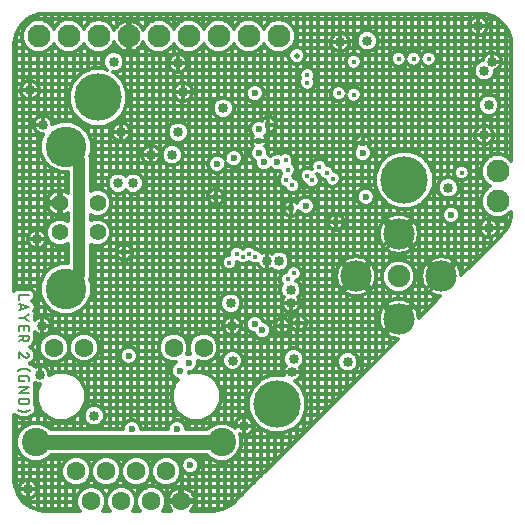
<source format=gbr>
G04 EAGLE Gerber RS-274X export*
G75*
%MOMM*%
%FSLAX34Y34*%
%LPD*%
%INCopper Layer 2*%
%IPPOS*%
%AMOC8*
5,1,8,0,0,1.08239X$1,22.5*%
G01*
%ADD10C,0.177800*%
%ADD11C,1.422400*%
%ADD12C,3.450000*%
%ADD13C,2.400300*%
%ADD14C,1.600000*%
%ADD15C,1.905000*%
%ADD16C,2.667000*%
%ADD17C,1.930400*%
%ADD18C,0.304800*%
%ADD19C,0.850000*%
%ADD20C,0.600000*%
%ADD21C,4.013200*%
%ADD22C,0.400000*%
%ADD23C,0.403200*%
%ADD24C,0.504800*%
%ADD25C,1.270000*%
%ADD26C,1.016000*%


D10*
X16891Y187071D02*
X8509Y187071D01*
X8509Y183346D01*
X8509Y179946D02*
X16891Y177152D01*
X8509Y174358D01*
X10605Y175056D02*
X10605Y179247D01*
X16891Y170802D02*
X12933Y168008D01*
X16891Y165214D01*
X12933Y168008D02*
X8509Y168008D01*
X8509Y160858D02*
X8509Y157133D01*
X8509Y160858D02*
X16891Y160858D01*
X16891Y157133D01*
X13166Y158064D02*
X13166Y160858D01*
X16891Y152869D02*
X8509Y152869D01*
X16891Y152869D02*
X16891Y150540D01*
X16889Y150445D01*
X16883Y150350D01*
X16874Y150256D01*
X16860Y150162D01*
X16843Y150068D01*
X16822Y149976D01*
X16797Y149884D01*
X16768Y149794D01*
X16736Y149704D01*
X16700Y149616D01*
X16660Y149530D01*
X16618Y149445D01*
X16571Y149362D01*
X16521Y149281D01*
X16468Y149203D01*
X16412Y149126D01*
X16353Y149052D01*
X16291Y148980D01*
X16226Y148911D01*
X16158Y148844D01*
X16088Y148781D01*
X16014Y148720D01*
X15939Y148662D01*
X15861Y148608D01*
X15781Y148556D01*
X15699Y148508D01*
X15616Y148464D01*
X15530Y148422D01*
X15443Y148385D01*
X15354Y148351D01*
X15264Y148320D01*
X15173Y148293D01*
X15081Y148270D01*
X14988Y148251D01*
X14894Y148236D01*
X14800Y148224D01*
X14705Y148216D01*
X14610Y148212D01*
X14516Y148212D01*
X14421Y148216D01*
X14326Y148224D01*
X14232Y148236D01*
X14138Y148251D01*
X14045Y148270D01*
X13953Y148293D01*
X13862Y148320D01*
X13772Y148351D01*
X13683Y148385D01*
X13596Y148422D01*
X13510Y148464D01*
X13427Y148508D01*
X13345Y148556D01*
X13265Y148608D01*
X13187Y148662D01*
X13112Y148720D01*
X13038Y148781D01*
X12968Y148844D01*
X12900Y148911D01*
X12835Y148980D01*
X12773Y149052D01*
X12714Y149126D01*
X12658Y149203D01*
X12605Y149281D01*
X12555Y149362D01*
X12508Y149445D01*
X12466Y149530D01*
X12426Y149616D01*
X12390Y149704D01*
X12358Y149794D01*
X12329Y149884D01*
X12304Y149976D01*
X12283Y150068D01*
X12266Y150162D01*
X12252Y150256D01*
X12243Y150350D01*
X12237Y150445D01*
X12235Y150540D01*
X12234Y150540D02*
X12234Y152869D01*
X12234Y150075D02*
X8509Y148212D01*
X16892Y136381D02*
X16890Y136292D01*
X16884Y136203D01*
X16875Y136115D01*
X16862Y136027D01*
X16845Y135939D01*
X16824Y135853D01*
X16800Y135767D01*
X16772Y135683D01*
X16741Y135599D01*
X16706Y135518D01*
X16668Y135437D01*
X16626Y135359D01*
X16581Y135282D01*
X16533Y135207D01*
X16481Y135135D01*
X16427Y135064D01*
X16369Y134996D01*
X16309Y134931D01*
X16246Y134868D01*
X16181Y134808D01*
X16113Y134750D01*
X16042Y134696D01*
X15970Y134644D01*
X15895Y134596D01*
X15818Y134551D01*
X15740Y134509D01*
X15659Y134471D01*
X15578Y134436D01*
X15494Y134405D01*
X15410Y134377D01*
X15324Y134353D01*
X15238Y134332D01*
X15150Y134315D01*
X15062Y134302D01*
X14974Y134293D01*
X14885Y134287D01*
X14796Y134285D01*
X16891Y136381D02*
X16889Y136484D01*
X16883Y136586D01*
X16873Y136688D01*
X16860Y136790D01*
X16842Y136891D01*
X16821Y136991D01*
X16796Y137091D01*
X16767Y137189D01*
X16734Y137286D01*
X16698Y137382D01*
X16658Y137477D01*
X16614Y137570D01*
X16567Y137661D01*
X16517Y137750D01*
X16463Y137837D01*
X16406Y137923D01*
X16346Y138006D01*
X16282Y138086D01*
X16216Y138164D01*
X16146Y138240D01*
X16074Y138313D01*
X15999Y138383D01*
X15921Y138450D01*
X15841Y138514D01*
X15759Y138575D01*
X15674Y138633D01*
X15587Y138687D01*
X15498Y138739D01*
X15408Y138786D01*
X15315Y138831D01*
X15221Y138871D01*
X15125Y138909D01*
X15028Y138942D01*
X13166Y134984D02*
X13230Y134919D01*
X13297Y134857D01*
X13366Y134797D01*
X13438Y134741D01*
X13511Y134688D01*
X13587Y134637D01*
X13665Y134590D01*
X13745Y134546D01*
X13826Y134505D01*
X13909Y134467D01*
X13994Y134433D01*
X14080Y134402D01*
X14167Y134375D01*
X14255Y134351D01*
X14343Y134331D01*
X14433Y134314D01*
X14523Y134302D01*
X14614Y134292D01*
X14705Y134287D01*
X14796Y134285D01*
X13166Y134984D02*
X8509Y138942D01*
X8509Y134285D01*
X12700Y125011D02*
X12892Y125009D01*
X13083Y125002D01*
X13275Y124990D01*
X13466Y124974D01*
X13657Y124953D01*
X13847Y124928D01*
X14036Y124898D01*
X14225Y124864D01*
X14413Y124825D01*
X14600Y124781D01*
X14786Y124733D01*
X14970Y124681D01*
X15153Y124624D01*
X15335Y124563D01*
X15515Y124498D01*
X15694Y124428D01*
X15871Y124354D01*
X16046Y124275D01*
X16219Y124193D01*
X16390Y124106D01*
X16559Y124015D01*
X16726Y123920D01*
X16890Y123821D01*
X17052Y123719D01*
X17212Y123612D01*
X17369Y123502D01*
X17523Y123387D01*
X17674Y123270D01*
X17823Y123148D01*
X12700Y125011D02*
X12508Y125009D01*
X12317Y125002D01*
X12125Y124990D01*
X11934Y124974D01*
X11743Y124953D01*
X11553Y124928D01*
X11364Y124898D01*
X11175Y124864D01*
X10987Y124825D01*
X10800Y124781D01*
X10614Y124733D01*
X10430Y124681D01*
X10247Y124624D01*
X10065Y124563D01*
X9885Y124498D01*
X9706Y124428D01*
X9529Y124354D01*
X9354Y124275D01*
X9181Y124193D01*
X9010Y124106D01*
X8841Y124015D01*
X8674Y123920D01*
X8510Y123821D01*
X8348Y123719D01*
X8188Y123612D01*
X8031Y123502D01*
X7877Y123387D01*
X7726Y123270D01*
X7577Y123148D01*
X13166Y115565D02*
X13166Y114168D01*
X8509Y114168D01*
X8509Y116962D01*
X8511Y117046D01*
X8517Y117129D01*
X8526Y117212D01*
X8539Y117295D01*
X8556Y117377D01*
X8576Y117458D01*
X8600Y117538D01*
X8628Y117617D01*
X8659Y117694D01*
X8693Y117770D01*
X8731Y117845D01*
X8773Y117918D01*
X8817Y117988D01*
X8865Y118057D01*
X8915Y118124D01*
X8969Y118188D01*
X9025Y118249D01*
X9085Y118309D01*
X9146Y118365D01*
X9210Y118419D01*
X9277Y118469D01*
X9346Y118517D01*
X9416Y118561D01*
X9489Y118603D01*
X9564Y118641D01*
X9640Y118675D01*
X9717Y118706D01*
X9796Y118734D01*
X9876Y118758D01*
X9957Y118778D01*
X10039Y118795D01*
X10122Y118808D01*
X10205Y118818D01*
X10288Y118823D01*
X10372Y118825D01*
X15028Y118825D01*
X15114Y118823D01*
X15200Y118817D01*
X15285Y118807D01*
X15370Y118793D01*
X15455Y118776D01*
X15538Y118754D01*
X15620Y118728D01*
X15701Y118699D01*
X15780Y118666D01*
X15858Y118630D01*
X15935Y118590D01*
X16009Y118546D01*
X16081Y118499D01*
X16151Y118449D01*
X16218Y118395D01*
X16283Y118339D01*
X16345Y118279D01*
X16405Y118217D01*
X16461Y118152D01*
X16515Y118085D01*
X16565Y118015D01*
X16612Y117943D01*
X16656Y117869D01*
X16696Y117792D01*
X16732Y117715D01*
X16765Y117635D01*
X16794Y117554D01*
X16820Y117472D01*
X16842Y117389D01*
X16859Y117304D01*
X16873Y117219D01*
X16883Y117134D01*
X16889Y117048D01*
X16891Y116962D01*
X16891Y114168D01*
X16891Y109071D02*
X8509Y109071D01*
X8509Y104415D02*
X16891Y109071D01*
X16891Y104415D02*
X8509Y104415D01*
X8509Y99318D02*
X16891Y99318D01*
X16891Y96990D01*
X16889Y96894D01*
X16883Y96798D01*
X16873Y96702D01*
X16859Y96607D01*
X16841Y96512D01*
X16820Y96419D01*
X16794Y96326D01*
X16765Y96234D01*
X16732Y96144D01*
X16695Y96055D01*
X16654Y95968D01*
X16610Y95882D01*
X16563Y95798D01*
X16512Y95717D01*
X16458Y95637D01*
X16400Y95560D01*
X16339Y95485D01*
X16276Y95413D01*
X16209Y95344D01*
X16140Y95277D01*
X16068Y95214D01*
X15993Y95153D01*
X15916Y95095D01*
X15836Y95041D01*
X15755Y94990D01*
X15671Y94943D01*
X15585Y94899D01*
X15498Y94858D01*
X15409Y94821D01*
X15319Y94788D01*
X15227Y94759D01*
X15135Y94733D01*
X15041Y94712D01*
X14946Y94694D01*
X14851Y94680D01*
X14755Y94670D01*
X14659Y94664D01*
X14563Y94662D01*
X14563Y94661D02*
X10837Y94661D01*
X10837Y94662D02*
X10743Y94664D01*
X10650Y94670D01*
X10556Y94679D01*
X10464Y94692D01*
X10371Y94709D01*
X10280Y94730D01*
X10189Y94754D01*
X10100Y94782D01*
X10011Y94813D01*
X9924Y94848D01*
X9839Y94887D01*
X9755Y94929D01*
X9673Y94974D01*
X9593Y95022D01*
X9515Y95074D01*
X9438Y95129D01*
X9365Y95187D01*
X9293Y95247D01*
X9224Y95311D01*
X9158Y95377D01*
X9094Y95446D01*
X9034Y95518D01*
X8976Y95591D01*
X8921Y95668D01*
X8869Y95746D01*
X8821Y95826D01*
X8776Y95908D01*
X8734Y95992D01*
X8695Y96078D01*
X8660Y96165D01*
X8629Y96253D01*
X8601Y96342D01*
X8577Y96433D01*
X8556Y96524D01*
X8539Y96617D01*
X8526Y96709D01*
X8517Y96803D01*
X8511Y96896D01*
X8509Y96990D01*
X8509Y99318D01*
X7577Y90338D02*
X7726Y90216D01*
X7877Y90099D01*
X8031Y89984D01*
X8188Y89874D01*
X8348Y89767D01*
X8510Y89665D01*
X8674Y89566D01*
X8841Y89471D01*
X9010Y89380D01*
X9181Y89293D01*
X9354Y89211D01*
X9529Y89132D01*
X9706Y89058D01*
X9885Y88988D01*
X10065Y88923D01*
X10247Y88862D01*
X10430Y88805D01*
X10614Y88753D01*
X10800Y88705D01*
X10987Y88661D01*
X11175Y88622D01*
X11364Y88588D01*
X11553Y88558D01*
X11743Y88533D01*
X11934Y88512D01*
X12125Y88496D01*
X12316Y88484D01*
X12508Y88477D01*
X12700Y88475D01*
X12892Y88477D01*
X13084Y88484D01*
X13275Y88496D01*
X13466Y88512D01*
X13657Y88533D01*
X13847Y88558D01*
X14036Y88588D01*
X14225Y88622D01*
X14413Y88661D01*
X14600Y88705D01*
X14786Y88753D01*
X14970Y88805D01*
X15153Y88862D01*
X15335Y88923D01*
X15515Y88988D01*
X15694Y89058D01*
X15871Y89132D01*
X16046Y89211D01*
X16219Y89293D01*
X16390Y89380D01*
X16559Y89471D01*
X16726Y89566D01*
X16890Y89665D01*
X17052Y89767D01*
X17212Y89874D01*
X17369Y89984D01*
X17523Y90099D01*
X17674Y90216D01*
X17823Y90338D01*
D11*
X75260Y265230D03*
X75260Y240230D03*
X43260Y240230D03*
X43260Y265230D03*
D12*
X48260Y192530D03*
X48260Y312930D03*
D13*
X22860Y62738D03*
X180340Y62738D03*
D14*
X38227Y142748D03*
X63627Y142748D03*
X139573Y142748D03*
X164973Y142748D03*
X57150Y38100D03*
X69850Y12700D03*
X82550Y38100D03*
X95250Y12700D03*
X107950Y38100D03*
X120650Y12700D03*
X133350Y38100D03*
X146050Y12700D03*
D15*
X330200Y203200D03*
D16*
X366261Y203200D03*
X330200Y239261D03*
X294139Y203200D03*
X330200Y167139D03*
D17*
X414020Y292100D03*
X414020Y266700D03*
X76200Y406400D03*
X101600Y406400D03*
X127000Y406400D03*
X152400Y406400D03*
X177800Y406400D03*
X203200Y406400D03*
X228600Y406400D03*
X50800Y406400D03*
X25400Y406400D03*
D18*
X27940Y169064D02*
X27940Y161290D01*
X27940Y161290D01*
X27940Y169064D01*
X27174Y169064D01*
X25672Y168765D01*
X24258Y168179D01*
X22984Y167328D01*
X22203Y166547D01*
X21951Y168008D01*
X22657Y172103D01*
X21507Y173731D01*
X21949Y175056D01*
X22787Y176732D01*
X22647Y177152D01*
X22787Y177571D01*
X21949Y179247D01*
X21356Y181024D01*
X20961Y181222D01*
X20764Y181617D01*
X19561Y182018D01*
X22352Y184809D01*
X22352Y189333D01*
X19153Y192532D01*
X6247Y192532D01*
X4699Y190984D01*
X4699Y400050D01*
X5010Y404004D01*
X7454Y411524D01*
X12101Y417921D01*
X18498Y422568D01*
X26018Y425012D01*
X29972Y425323D01*
X400050Y425323D01*
X404004Y425012D01*
X411524Y422568D01*
X417921Y417921D01*
X422568Y411524D01*
X425012Y404004D01*
X425323Y400050D01*
X425323Y300913D01*
X422077Y304159D01*
X416849Y306324D01*
X411191Y306324D01*
X405963Y304159D01*
X401961Y300157D01*
X399796Y294929D01*
X399796Y289271D01*
X401961Y284043D01*
X405963Y280041D01*
X407511Y279400D01*
X405963Y278759D01*
X401961Y274757D01*
X399796Y269529D01*
X399796Y263871D01*
X401961Y258643D01*
X405963Y254641D01*
X411191Y252476D01*
X416849Y252476D01*
X422077Y254641D01*
X425323Y257887D01*
X425323Y256569D01*
X425087Y253283D01*
X423344Y246941D01*
X420019Y241266D01*
X417831Y238803D01*
X417821Y238792D01*
X416445Y237434D01*
X416445Y237417D01*
X383120Y204091D01*
X383120Y204305D01*
X382832Y206496D01*
X382260Y208631D01*
X381414Y210673D01*
X380309Y212586D01*
X379221Y214004D01*
X368416Y203200D01*
X366261Y205355D01*
X377066Y216160D01*
X375648Y217248D01*
X373734Y218353D01*
X371692Y219199D01*
X369557Y219771D01*
X367366Y220059D01*
X365156Y220059D01*
X362965Y219771D01*
X360830Y219199D01*
X358789Y218353D01*
X356875Y217248D01*
X355457Y216160D01*
X366261Y205355D01*
X364106Y203200D01*
X353301Y214004D01*
X352213Y212586D01*
X351108Y210673D01*
X350263Y208631D01*
X349691Y206496D01*
X349402Y204305D01*
X349402Y202095D01*
X349691Y199904D01*
X350263Y197769D01*
X351108Y195727D01*
X352213Y193814D01*
X353301Y192395D01*
X364106Y203200D01*
X366261Y201045D01*
X355457Y190240D01*
X356875Y189152D01*
X358789Y188047D01*
X360830Y187201D01*
X362965Y186629D01*
X365156Y186341D01*
X365370Y186341D01*
X347059Y168030D01*
X347059Y168244D01*
X346771Y170435D01*
X346199Y172570D01*
X345353Y174611D01*
X344248Y176525D01*
X343160Y177943D01*
X332355Y167139D01*
X330200Y169294D01*
X341004Y180099D01*
X339586Y181187D01*
X337673Y182292D01*
X335631Y183137D01*
X333496Y183709D01*
X331305Y183998D01*
X329095Y183998D01*
X326904Y183709D01*
X324769Y183137D01*
X322727Y182292D01*
X320814Y181187D01*
X319395Y180099D01*
X330200Y169294D01*
X328045Y167139D01*
X317240Y177943D01*
X316152Y176525D01*
X315047Y174611D01*
X314201Y172570D01*
X313629Y170435D01*
X313341Y168244D01*
X313341Y166034D01*
X313629Y163843D01*
X314201Y161708D01*
X315047Y159666D01*
X316152Y157752D01*
X317240Y156334D01*
X328045Y167139D01*
X330200Y164984D01*
X319395Y154179D01*
X320814Y153091D01*
X322727Y151986D01*
X324769Y151140D01*
X326904Y150568D01*
X329095Y150280D01*
X329309Y150280D01*
X192605Y13577D01*
X192588Y13577D01*
X191230Y12201D01*
X191219Y12190D01*
X188756Y10003D01*
X183081Y6678D01*
X176739Y4935D01*
X173453Y4699D01*
X154346Y4699D01*
X154840Y5193D01*
X155906Y6660D01*
X156730Y8276D01*
X157290Y10001D01*
X157574Y11793D01*
X157574Y12001D01*
X146749Y12001D01*
X146749Y13399D01*
X157574Y13399D01*
X157574Y13607D01*
X157290Y15399D01*
X156730Y17124D01*
X155906Y18740D01*
X154840Y20207D01*
X153557Y21490D01*
X152090Y22556D01*
X150474Y23380D01*
X148749Y23940D01*
X146957Y24224D01*
X146749Y24224D01*
X146749Y13399D01*
X145351Y13399D01*
X145351Y24224D01*
X145143Y24224D01*
X143351Y23940D01*
X141626Y23380D01*
X140010Y22556D01*
X138543Y21490D01*
X137260Y20207D01*
X136194Y18740D01*
X135370Y17124D01*
X134810Y15399D01*
X134526Y13607D01*
X134526Y13399D01*
X145351Y13399D01*
X145351Y12001D01*
X134526Y12001D01*
X134526Y11793D01*
X134810Y10001D01*
X135370Y8276D01*
X136194Y6660D01*
X137260Y5193D01*
X137754Y4699D01*
X130428Y4699D01*
X131308Y5579D01*
X133222Y10199D01*
X133222Y15201D01*
X131308Y19821D01*
X127771Y23358D01*
X123151Y25272D01*
X118149Y25272D01*
X113529Y23358D01*
X109992Y19821D01*
X108078Y15201D01*
X108078Y10199D01*
X109992Y5579D01*
X110872Y4699D01*
X105028Y4699D01*
X105908Y5579D01*
X107822Y10199D01*
X107822Y15201D01*
X105908Y19821D01*
X102371Y23358D01*
X97751Y25272D01*
X92749Y25272D01*
X88129Y23358D01*
X84592Y19821D01*
X82678Y15201D01*
X82678Y10199D01*
X84592Y5579D01*
X85472Y4699D01*
X79628Y4699D01*
X80508Y5579D01*
X82422Y10199D01*
X82422Y15201D01*
X80508Y19821D01*
X76971Y23358D01*
X72351Y25272D01*
X67349Y25272D01*
X62729Y23358D01*
X59192Y19821D01*
X57278Y15201D01*
X57278Y10199D01*
X59192Y5579D01*
X60072Y4699D01*
X29972Y4699D01*
X26018Y5010D01*
X18498Y7454D01*
X12101Y12101D01*
X7454Y18498D01*
X5010Y26018D01*
X4699Y29972D01*
X4699Y85626D01*
X5884Y84633D01*
X5884Y84633D01*
X10333Y83015D01*
X15067Y83015D01*
X19516Y84633D01*
X19516Y84633D01*
X21330Y86153D01*
X23064Y87606D01*
X23461Y92113D01*
X21850Y94034D01*
X22113Y94489D01*
X22352Y94728D01*
X22352Y101580D01*
X22066Y101866D01*
X22352Y102153D01*
X22352Y106677D01*
X22286Y106743D01*
X22352Y106809D01*
X22352Y108307D01*
X22763Y109746D01*
X22352Y110487D01*
X22352Y111333D01*
X22066Y111620D01*
X22352Y111906D01*
X22352Y112916D01*
X22988Y112491D01*
X24402Y111905D01*
X25904Y111606D01*
X26051Y111606D01*
X23622Y105743D01*
X23622Y97457D01*
X26793Y89802D01*
X32652Y83943D01*
X40307Y80772D01*
X48593Y80772D01*
X56248Y83943D01*
X62107Y89802D01*
X65278Y97457D01*
X65278Y105743D01*
X62107Y113398D01*
X56248Y119257D01*
X48593Y122428D01*
X40307Y122428D01*
X34444Y119999D01*
X34444Y120146D01*
X34145Y121648D01*
X33559Y123062D01*
X32708Y124336D01*
X31626Y125418D01*
X30352Y126269D01*
X28938Y126855D01*
X27436Y127154D01*
X26670Y127154D01*
X26670Y119380D01*
X26670Y119380D01*
X26670Y127154D01*
X25904Y127154D01*
X24402Y126855D01*
X22988Y126269D01*
X22772Y126125D01*
X21330Y127333D01*
X19516Y128854D01*
X19516Y128854D01*
X17893Y129444D01*
X20327Y130849D01*
X20327Y130849D01*
X20327Y130849D01*
X22028Y133794D01*
X22352Y134119D01*
X22352Y138643D01*
X21928Y139067D01*
X20940Y141283D01*
X18376Y143589D01*
X19377Y143914D01*
X19377Y143914D01*
X22352Y148009D01*
X22352Y155884D01*
X22984Y155252D01*
X24258Y154401D01*
X25672Y153815D01*
X27174Y153516D01*
X27940Y153516D01*
X27940Y161290D01*
X27940Y161290D01*
X27940Y153516D01*
X28706Y153516D01*
X30208Y153815D01*
X31622Y154401D01*
X32896Y155252D01*
X33978Y156334D01*
X34829Y157608D01*
X35415Y159022D01*
X35714Y160524D01*
X35714Y161290D01*
X27940Y161290D01*
X27940Y161290D01*
X35714Y161290D01*
X35714Y162056D01*
X35415Y163558D01*
X34829Y164972D01*
X33978Y166246D01*
X32896Y167328D01*
X31622Y168179D01*
X30208Y168765D01*
X28706Y169064D01*
X27940Y169064D01*
X250936Y388479D02*
X250936Y391301D01*
X249856Y393910D01*
X247860Y395906D01*
X245251Y396986D01*
X242429Y396986D01*
X239820Y395906D01*
X237824Y393910D01*
X236744Y391301D01*
X236744Y388479D01*
X237824Y385870D01*
X239820Y383874D01*
X242429Y382794D01*
X245251Y382794D01*
X247860Y383874D01*
X249856Y385870D01*
X250936Y388479D01*
X261580Y289322D02*
X262734Y289322D01*
X263655Y287098D01*
X265508Y285245D01*
X267790Y284300D01*
X268735Y282018D01*
X270588Y280165D01*
X273010Y279162D01*
X275630Y279162D01*
X278052Y280165D01*
X279905Y282018D01*
X280908Y284440D01*
X280908Y287060D01*
X279905Y289482D01*
X278052Y291335D01*
X275770Y292280D01*
X274825Y294562D01*
X272972Y296415D01*
X270550Y297418D01*
X269396Y297418D01*
X268475Y299642D01*
X266622Y301495D01*
X264200Y302498D01*
X261580Y302498D01*
X259158Y301495D01*
X257305Y299642D01*
X256302Y297220D01*
X256302Y294600D01*
X256717Y293597D01*
X256453Y293861D01*
X254037Y294862D01*
X251423Y294862D01*
X249007Y293861D01*
X247159Y292013D01*
X246158Y289597D01*
X246158Y286983D01*
X247159Y284567D01*
X249007Y282719D01*
X250373Y282153D01*
X250955Y280748D01*
X252808Y278895D01*
X255230Y277892D01*
X257850Y277892D01*
X260272Y278895D01*
X262125Y280748D01*
X263128Y283170D01*
X263128Y285790D01*
X262125Y288212D01*
X260615Y289721D01*
X261580Y289322D01*
X81212Y86845D02*
X81212Y83335D01*
X81212Y86845D02*
X79869Y90087D01*
X77387Y92569D01*
X74145Y93912D01*
X70635Y93912D01*
X67393Y92569D01*
X64911Y90087D01*
X63568Y86845D01*
X63568Y83335D01*
X64911Y80093D01*
X67393Y77611D01*
X70635Y76268D01*
X74145Y76268D01*
X77387Y77611D01*
X79869Y80093D01*
X81212Y83335D01*
X198317Y130060D02*
X198317Y133570D01*
X196974Y136812D01*
X194492Y139294D01*
X191250Y140637D01*
X187740Y140637D01*
X184498Y139294D01*
X182016Y136812D01*
X180673Y133570D01*
X180673Y130060D01*
X182016Y126818D01*
X184498Y124336D01*
X187740Y122993D01*
X191250Y122993D01*
X194492Y124336D01*
X196974Y126818D01*
X198317Y130060D01*
X109172Y134384D02*
X109172Y137396D01*
X108019Y140179D01*
X105889Y142309D01*
X103106Y143462D01*
X100094Y143462D01*
X97311Y142309D01*
X95181Y140179D01*
X94028Y137396D01*
X94028Y134384D01*
X95181Y131601D01*
X97311Y129471D01*
X100094Y128318D01*
X103106Y128318D01*
X105889Y129471D01*
X108019Y131601D01*
X109172Y134384D01*
X152332Y323365D02*
X152332Y326875D01*
X150989Y330117D01*
X148507Y332599D01*
X145265Y333942D01*
X141755Y333942D01*
X138513Y332599D01*
X136031Y330117D01*
X134688Y326875D01*
X134688Y323365D01*
X136031Y320123D01*
X138513Y317641D01*
X141755Y316298D01*
X145265Y316298D01*
X148507Y317641D01*
X150989Y320123D01*
X152332Y323365D01*
X147252Y307825D02*
X147252Y304315D01*
X147252Y307825D02*
X145909Y311067D01*
X143427Y313549D01*
X140185Y314892D01*
X136675Y314892D01*
X133433Y313549D01*
X130951Y311067D01*
X129608Y307825D01*
X129608Y304315D01*
X130951Y301073D01*
X133433Y298591D01*
X136675Y297248D01*
X140185Y297248D01*
X143427Y298591D01*
X145909Y301073D01*
X147252Y304315D01*
X380932Y279885D02*
X380932Y276375D01*
X380932Y279885D02*
X379589Y283127D01*
X377107Y285609D01*
X373865Y286952D01*
X370355Y286952D01*
X367113Y285609D01*
X364631Y283127D01*
X363288Y279885D01*
X363288Y276375D01*
X364631Y273133D01*
X367113Y270651D01*
X370355Y269308D01*
X373865Y269308D01*
X377107Y270651D01*
X379589Y273133D01*
X380932Y276375D01*
X415222Y346225D02*
X415222Y349735D01*
X413879Y352977D01*
X411397Y355459D01*
X408155Y356802D01*
X404645Y356802D01*
X401403Y355459D01*
X398921Y352977D01*
X397578Y349735D01*
X397578Y346225D01*
X398921Y342983D01*
X401403Y340501D01*
X404645Y339158D01*
X408155Y339158D01*
X411397Y340501D01*
X413879Y342983D01*
X415222Y346225D01*
X147320Y359410D02*
X147320Y367184D01*
X147320Y359410D02*
X147320Y359410D01*
X147320Y367184D01*
X146554Y367184D01*
X145052Y366885D01*
X143638Y366299D01*
X142364Y365448D01*
X141282Y364366D01*
X140431Y363092D01*
X139845Y361678D01*
X139546Y360176D01*
X139546Y359410D01*
X147320Y359410D01*
X147320Y359410D01*
X139546Y359410D01*
X139546Y358644D01*
X139845Y357142D01*
X140431Y355728D01*
X141282Y354454D01*
X142364Y353372D01*
X143638Y352521D01*
X145052Y351935D01*
X146554Y351636D01*
X147320Y351636D01*
X147320Y359410D01*
X147320Y359410D01*
X147320Y351636D01*
X148086Y351636D01*
X149588Y351935D01*
X151002Y352521D01*
X152276Y353372D01*
X153358Y354454D01*
X154209Y355728D01*
X154795Y357142D01*
X155094Y358644D01*
X155094Y359410D01*
X147320Y359410D01*
X147320Y359410D01*
X155094Y359410D01*
X155094Y360176D01*
X154795Y361678D01*
X154209Y363092D01*
X153358Y364366D01*
X152276Y365448D01*
X151002Y366299D01*
X149588Y366885D01*
X148086Y367184D01*
X147320Y367184D01*
X408940Y384810D02*
X408940Y392584D01*
X408940Y384810D02*
X408940Y384810D01*
X408940Y392584D01*
X408174Y392584D01*
X406672Y392285D01*
X405258Y391699D01*
X403984Y390848D01*
X402902Y389766D01*
X402051Y388492D01*
X401465Y387078D01*
X401253Y386012D01*
X400835Y386012D01*
X397593Y384669D01*
X395111Y382187D01*
X393768Y378945D01*
X393768Y375435D01*
X395111Y372193D01*
X397593Y369711D01*
X400835Y368368D01*
X404345Y368368D01*
X407587Y369711D01*
X410069Y372193D01*
X411412Y375435D01*
X411412Y377419D01*
X412622Y377921D01*
X413896Y378772D01*
X414978Y379854D01*
X415829Y381128D01*
X416415Y382542D01*
X416714Y384044D01*
X416714Y384810D01*
X408940Y384810D01*
X408940Y384810D01*
X416714Y384810D01*
X416714Y385576D01*
X416415Y387078D01*
X415829Y388492D01*
X414978Y389766D01*
X413896Y390848D01*
X412622Y391699D01*
X411208Y392285D01*
X409706Y392584D01*
X408940Y392584D01*
X16510Y30634D02*
X16510Y22860D01*
X16510Y22860D01*
X16510Y30634D01*
X15744Y30634D01*
X14242Y30335D01*
X12828Y29749D01*
X11554Y28898D01*
X10472Y27816D01*
X9621Y26542D01*
X9035Y25128D01*
X8736Y23626D01*
X8736Y22860D01*
X16510Y22860D01*
X16510Y22860D01*
X8736Y22860D01*
X8736Y22094D01*
X9035Y20592D01*
X9621Y19178D01*
X10472Y17904D01*
X11554Y16822D01*
X12828Y15971D01*
X14242Y15385D01*
X15744Y15086D01*
X16510Y15086D01*
X16510Y22860D01*
X16510Y22860D01*
X16510Y15086D01*
X17276Y15086D01*
X18778Y15385D01*
X20192Y15971D01*
X21466Y16822D01*
X22548Y17904D01*
X23399Y19178D01*
X23985Y20592D01*
X24284Y22094D01*
X24284Y22860D01*
X16510Y22860D01*
X16510Y22860D01*
X24284Y22860D01*
X24284Y23626D01*
X23985Y25128D01*
X23399Y26542D01*
X22548Y27816D01*
X21466Y28898D01*
X20192Y29749D01*
X18778Y30335D01*
X17276Y30634D01*
X16510Y30634D01*
X406400Y243840D02*
X406400Y251614D01*
X406400Y243840D02*
X406400Y243840D01*
X406400Y251614D01*
X405634Y251614D01*
X404132Y251315D01*
X402718Y250729D01*
X401444Y249878D01*
X400362Y248796D01*
X399511Y247522D01*
X398925Y246108D01*
X398626Y244606D01*
X398626Y243840D01*
X406400Y243840D01*
X406400Y243840D01*
X398626Y243840D01*
X398626Y243074D01*
X398925Y241572D01*
X399511Y240158D01*
X400362Y238884D01*
X401444Y237802D01*
X402718Y236951D01*
X404132Y236365D01*
X405634Y236066D01*
X406400Y236066D01*
X406400Y243840D01*
X406400Y243840D01*
X406400Y236066D01*
X407166Y236066D01*
X408668Y236365D01*
X410082Y236951D01*
X411356Y237802D01*
X412438Y238884D01*
X413289Y240158D01*
X413875Y241572D01*
X414174Y243074D01*
X414174Y243840D01*
X406400Y243840D01*
X406400Y243840D01*
X414174Y243840D01*
X414174Y244606D01*
X413875Y246108D01*
X413289Y247522D01*
X412438Y248796D01*
X411356Y249878D01*
X410082Y250729D01*
X408668Y251315D01*
X407166Y251614D01*
X406400Y251614D01*
X231600Y167814D02*
X231600Y161290D01*
X231600Y161290D01*
X231600Y167814D01*
X230957Y167814D01*
X229697Y167563D01*
X228510Y167071D01*
X227441Y166358D01*
X226533Y165449D01*
X225819Y164380D01*
X225327Y163193D01*
X225076Y161933D01*
X225076Y161290D01*
X231600Y161290D01*
X231600Y161290D01*
X225076Y161290D01*
X225076Y160647D01*
X225327Y159387D01*
X225819Y158200D01*
X226533Y157131D01*
X227441Y156222D01*
X228510Y155509D01*
X229697Y155017D01*
X230957Y154766D01*
X231600Y154766D01*
X231600Y161290D01*
X231600Y161290D01*
X231600Y154766D01*
X232243Y154766D01*
X233503Y155017D01*
X234690Y155509D01*
X235759Y156222D01*
X236668Y157131D01*
X237382Y158200D01*
X237873Y159387D01*
X238124Y160647D01*
X238124Y161290D01*
X231600Y161290D01*
X231600Y161290D01*
X238124Y161290D01*
X238124Y161933D01*
X237873Y163193D01*
X237382Y164380D01*
X236668Y165449D01*
X235759Y166358D01*
X234690Y167071D01*
X233503Y167563D01*
X232243Y167814D01*
X231600Y167814D01*
X245110Y170354D02*
X245110Y163830D01*
X245110Y163830D01*
X245110Y170354D01*
X244467Y170354D01*
X243207Y170103D01*
X242020Y169611D01*
X240951Y168898D01*
X240042Y167989D01*
X239329Y166920D01*
X238837Y165733D01*
X238586Y164473D01*
X238586Y163830D01*
X245110Y163830D01*
X245110Y163830D01*
X238586Y163830D01*
X238586Y163187D01*
X238837Y161927D01*
X239329Y160740D01*
X240042Y159671D01*
X240951Y158762D01*
X242020Y158049D01*
X243207Y157557D01*
X244467Y157306D01*
X245110Y157306D01*
X245110Y163830D01*
X245110Y163830D01*
X245110Y157306D01*
X245753Y157306D01*
X247013Y157557D01*
X248200Y158049D01*
X249269Y158762D01*
X250178Y159671D01*
X250891Y160740D01*
X251383Y161927D01*
X251634Y163187D01*
X251634Y163830D01*
X245110Y163830D01*
X245110Y163830D01*
X251634Y163830D01*
X251634Y164473D01*
X251383Y165733D01*
X250891Y166920D01*
X250178Y167989D01*
X249269Y168898D01*
X248200Y169611D01*
X247013Y170103D01*
X245753Y170354D01*
X245110Y170354D01*
X231871Y184022D02*
X232722Y185296D01*
X231871Y184022D02*
X231285Y182608D01*
X230986Y181106D01*
X230986Y180340D01*
X238760Y180340D01*
X238760Y180340D01*
X230986Y180340D01*
X230986Y179574D01*
X231285Y178072D01*
X231871Y176658D01*
X232722Y175384D01*
X233804Y174302D01*
X235078Y173451D01*
X236492Y172865D01*
X237994Y172566D01*
X238760Y172566D01*
X238760Y180340D01*
X238760Y180340D01*
X238760Y172566D01*
X239526Y172566D01*
X241028Y172865D01*
X242442Y173451D01*
X243716Y174302D01*
X244798Y175384D01*
X245649Y176658D01*
X246235Y178072D01*
X246534Y179574D01*
X246534Y180340D01*
X238760Y180340D01*
X238760Y180340D01*
X246534Y180340D01*
X246534Y181106D01*
X246235Y182608D01*
X245649Y184022D01*
X244798Y185296D01*
X244780Y185314D01*
X246239Y186773D01*
X247582Y190015D01*
X247582Y193525D01*
X246239Y196767D01*
X243757Y199249D01*
X243280Y199447D01*
X245023Y200169D01*
X246871Y202017D01*
X247872Y204433D01*
X247872Y207047D01*
X246871Y209463D01*
X245023Y211311D01*
X242607Y212312D01*
X239993Y212312D01*
X237577Y211311D01*
X235729Y209463D01*
X234782Y207178D01*
X232497Y206231D01*
X230649Y204383D01*
X229648Y201967D01*
X229648Y199353D01*
X230649Y196937D01*
X231146Y196440D01*
X229938Y193525D01*
X229938Y190015D01*
X231281Y186773D01*
X232740Y185314D01*
X232722Y185296D01*
X189230Y169064D02*
X189230Y161290D01*
X189230Y161290D01*
X189230Y169064D01*
X188464Y169064D01*
X186962Y168765D01*
X185548Y168179D01*
X184274Y167328D01*
X183192Y166246D01*
X182341Y164972D01*
X181755Y163558D01*
X181456Y162056D01*
X181456Y161290D01*
X189230Y161290D01*
X189230Y161290D01*
X181456Y161290D01*
X181456Y160524D01*
X181755Y159022D01*
X182341Y157608D01*
X183192Y156334D01*
X184274Y155252D01*
X185548Y154401D01*
X186962Y153815D01*
X188464Y153516D01*
X189230Y153516D01*
X189230Y161290D01*
X189230Y161290D01*
X189230Y153516D01*
X189996Y153516D01*
X191498Y153815D01*
X192912Y154401D01*
X194186Y155252D01*
X195268Y156334D01*
X196119Y157608D01*
X196705Y159022D01*
X197004Y160524D01*
X197004Y161290D01*
X189230Y161290D01*
X189230Y161290D01*
X197004Y161290D01*
X197004Y162056D01*
X196705Y163558D01*
X196119Y164972D01*
X195268Y166246D01*
X194186Y167328D01*
X192912Y168179D01*
X191498Y168765D01*
X189996Y169064D01*
X189230Y169064D01*
X97790Y223520D02*
X97790Y230044D01*
X97790Y223520D02*
X97790Y223520D01*
X97790Y230044D01*
X97147Y230044D01*
X95887Y229793D01*
X94700Y229301D01*
X93631Y228588D01*
X92722Y227679D01*
X92009Y226610D01*
X91517Y225423D01*
X91266Y224163D01*
X91266Y223520D01*
X97790Y223520D01*
X97790Y223520D01*
X91266Y223520D01*
X91266Y222877D01*
X91517Y221617D01*
X92009Y220430D01*
X92722Y219361D01*
X93631Y218452D01*
X94700Y217739D01*
X95887Y217247D01*
X97147Y216996D01*
X97790Y216996D01*
X97790Y223520D01*
X97790Y223520D01*
X97790Y216996D01*
X98433Y216996D01*
X99693Y217247D01*
X100880Y217739D01*
X101949Y218452D01*
X102858Y219361D01*
X103571Y220430D01*
X104063Y221617D01*
X104314Y222877D01*
X104314Y223520D01*
X97790Y223520D01*
X97790Y223520D01*
X104314Y223520D01*
X104314Y224163D01*
X104063Y225423D01*
X103571Y226610D01*
X102858Y227679D01*
X101949Y228588D01*
X100880Y229301D01*
X99693Y229793D01*
X98433Y230044D01*
X97790Y230044D01*
X238931Y260794D02*
X238931Y267318D01*
X238931Y260794D02*
X238931Y260794D01*
X238931Y267318D01*
X238288Y267318D01*
X237028Y267067D01*
X235841Y266575D01*
X234772Y265862D01*
X233864Y264953D01*
X233150Y263884D01*
X232658Y262697D01*
X232407Y261437D01*
X232407Y260794D01*
X238931Y260794D01*
X238931Y260794D01*
X232407Y260794D01*
X232407Y260151D01*
X232658Y258891D01*
X233150Y257704D01*
X233864Y256635D01*
X234772Y255726D01*
X235841Y255013D01*
X237028Y254521D01*
X238288Y254270D01*
X238931Y254270D01*
X238931Y260794D01*
X238931Y260794D01*
X238931Y254270D01*
X239574Y254270D01*
X240834Y254521D01*
X242021Y255013D01*
X243090Y255726D01*
X243999Y256635D01*
X244713Y257704D01*
X245071Y258570D01*
X247171Y256471D01*
X249954Y255318D01*
X252966Y255318D01*
X255749Y256471D01*
X257879Y258601D01*
X259032Y261384D01*
X259032Y264396D01*
X257879Y267179D01*
X255749Y269309D01*
X252966Y270462D01*
X249954Y270462D01*
X247171Y269309D01*
X245041Y267179D01*
X244073Y264842D01*
X243999Y264953D01*
X243090Y265862D01*
X242021Y266575D01*
X240834Y267067D01*
X239574Y267318D01*
X238931Y267318D01*
X143510Y383540D02*
X143510Y391314D01*
X143510Y383540D02*
X143510Y383540D01*
X143510Y391314D01*
X142744Y391314D01*
X141242Y391015D01*
X139828Y390429D01*
X138554Y389578D01*
X137472Y388496D01*
X136621Y387222D01*
X136035Y385808D01*
X135736Y384306D01*
X135736Y383540D01*
X143510Y383540D01*
X143510Y383540D01*
X135736Y383540D01*
X135736Y382774D01*
X136035Y381272D01*
X136621Y379858D01*
X137472Y378584D01*
X138554Y377502D01*
X139828Y376651D01*
X141242Y376065D01*
X142744Y375766D01*
X143510Y375766D01*
X143510Y383540D01*
X143510Y383540D01*
X143510Y375766D01*
X144276Y375766D01*
X145778Y376065D01*
X147192Y376651D01*
X148466Y377502D01*
X149548Y378584D01*
X150399Y379858D01*
X150985Y381272D01*
X151284Y382774D01*
X151284Y383540D01*
X143510Y383540D01*
X143510Y383540D01*
X151284Y383540D01*
X151284Y384306D01*
X150985Y385808D01*
X150399Y387222D01*
X149548Y388496D01*
X148466Y389578D01*
X147192Y390429D01*
X145778Y391015D01*
X144276Y391314D01*
X143510Y391314D01*
X219710Y337994D02*
X219710Y331470D01*
X219710Y331470D01*
X219710Y337994D01*
X219067Y337994D01*
X217807Y337743D01*
X216620Y337251D01*
X215551Y336538D01*
X214642Y335629D01*
X214208Y334979D01*
X213596Y335232D01*
X210584Y335232D01*
X207801Y334079D01*
X205671Y331949D01*
X204518Y329166D01*
X204518Y326154D01*
X205671Y323371D01*
X207203Y321839D01*
X207022Y321659D01*
X206309Y320590D01*
X205817Y319403D01*
X205566Y318143D01*
X205566Y317500D01*
X212090Y317500D01*
X212090Y317500D01*
X205566Y317500D01*
X205566Y316857D01*
X205817Y315597D01*
X206309Y314410D01*
X207022Y313341D01*
X207203Y313161D01*
X205671Y311629D01*
X204518Y308846D01*
X204518Y305834D01*
X205671Y303051D01*
X207801Y300921D01*
X208328Y300702D01*
X208328Y298214D01*
X209481Y295431D01*
X211611Y293301D01*
X214394Y292148D01*
X217406Y292148D01*
X220189Y293301D01*
X221615Y294727D01*
X223137Y293205D01*
X225920Y292052D01*
X228932Y292052D01*
X229648Y292348D01*
X229648Y292063D01*
X230649Y289647D01*
X230736Y289560D01*
X229379Y288203D01*
X228378Y285787D01*
X228378Y283173D01*
X229379Y280757D01*
X231227Y278909D01*
X233643Y277908D01*
X233870Y277908D01*
X234459Y276487D01*
X236307Y274639D01*
X238723Y273638D01*
X241337Y273638D01*
X243753Y274639D01*
X245601Y276487D01*
X246602Y278903D01*
X246602Y281517D01*
X245601Y283933D01*
X243753Y285781D01*
X241337Y286782D01*
X241110Y286782D01*
X240521Y288203D01*
X240434Y288290D01*
X241791Y289647D01*
X242792Y292063D01*
X242792Y294677D01*
X241791Y297093D01*
X240363Y298521D01*
X241043Y300162D01*
X241043Y302777D01*
X240042Y305192D01*
X238193Y307041D01*
X235778Y308041D01*
X233163Y308041D01*
X230748Y307041D01*
X230326Y306619D01*
X228932Y307196D01*
X225920Y307196D01*
X223137Y306043D01*
X221711Y304617D01*
X220189Y306139D01*
X219662Y306358D01*
X219662Y308846D01*
X218509Y311629D01*
X216977Y313161D01*
X217158Y313341D01*
X217871Y314410D01*
X218363Y315597D01*
X218614Y316857D01*
X218614Y317500D01*
X212090Y317500D01*
X212090Y317500D01*
X218614Y317500D01*
X218614Y318143D01*
X218363Y319403D01*
X217871Y320590D01*
X217158Y321659D01*
X216977Y321839D01*
X218509Y323371D01*
X219162Y324946D01*
X219710Y324946D01*
X219710Y331470D01*
X219710Y331470D01*
X219710Y324946D01*
X220353Y324946D01*
X221613Y325197D01*
X222800Y325689D01*
X223869Y326402D01*
X224778Y327311D01*
X225491Y328380D01*
X225983Y329567D01*
X226234Y330827D01*
X226234Y331470D01*
X219710Y331470D01*
X219710Y331470D01*
X226234Y331470D01*
X226234Y332113D01*
X225983Y333373D01*
X225491Y334560D01*
X224778Y335629D01*
X223869Y336538D01*
X222800Y337251D01*
X221613Y337743D01*
X220353Y337994D01*
X219710Y337994D01*
X120650Y313844D02*
X120650Y306070D01*
X120650Y306070D01*
X120650Y313844D01*
X119884Y313844D01*
X118382Y313545D01*
X116968Y312959D01*
X115694Y312108D01*
X114612Y311026D01*
X113761Y309752D01*
X113175Y308338D01*
X112876Y306836D01*
X112876Y306070D01*
X120650Y306070D01*
X120650Y306070D01*
X112876Y306070D01*
X112876Y305304D01*
X113175Y303802D01*
X113761Y302388D01*
X114612Y301114D01*
X115694Y300032D01*
X116968Y299181D01*
X118382Y298595D01*
X119884Y298296D01*
X120650Y298296D01*
X120650Y306070D01*
X120650Y306070D01*
X120650Y298296D01*
X121416Y298296D01*
X122918Y298595D01*
X124332Y299181D01*
X125606Y300032D01*
X126688Y301114D01*
X127539Y302388D01*
X128125Y303802D01*
X128424Y305304D01*
X128424Y306070D01*
X120650Y306070D01*
X120650Y306070D01*
X128424Y306070D01*
X128424Y306836D01*
X128125Y308338D01*
X127539Y309752D01*
X126688Y311026D01*
X125606Y312108D01*
X124332Y312959D01*
X122918Y313545D01*
X121416Y313844D01*
X120650Y313844D01*
X339586Y225213D02*
X341004Y226301D01*
X330200Y237106D01*
X332355Y239261D01*
X343160Y228457D01*
X344248Y229875D01*
X345353Y231788D01*
X346199Y233830D01*
X346771Y235965D01*
X347059Y238156D01*
X347059Y240366D01*
X346771Y242557D01*
X346199Y244692D01*
X345353Y246734D01*
X344248Y248647D01*
X343160Y250066D01*
X332355Y239261D01*
X330200Y241416D01*
X341004Y252221D01*
X339586Y253309D01*
X337673Y254414D01*
X335631Y255260D01*
X333496Y255832D01*
X331305Y256120D01*
X329095Y256120D01*
X326904Y255832D01*
X324769Y255260D01*
X322727Y254414D01*
X320814Y253309D01*
X319395Y252221D01*
X330200Y241416D01*
X328045Y239261D01*
X317240Y250066D01*
X316152Y248647D01*
X315047Y246734D01*
X314201Y244692D01*
X313629Y242557D01*
X313341Y240366D01*
X313341Y238156D01*
X313629Y235965D01*
X314201Y233830D01*
X315047Y231788D01*
X316152Y229875D01*
X317240Y228457D01*
X328045Y239261D01*
X330200Y237106D01*
X319395Y226301D01*
X320814Y225213D01*
X322727Y224108D01*
X324769Y223262D01*
X326904Y222691D01*
X329095Y222402D01*
X331305Y222402D01*
X333496Y222691D01*
X335631Y223262D01*
X337673Y224108D01*
X339586Y225213D01*
X120522Y40601D02*
X120522Y35599D01*
X120522Y40601D02*
X118608Y45221D01*
X115071Y48758D01*
X110451Y50672D01*
X105449Y50672D01*
X100829Y48758D01*
X97292Y45221D01*
X95378Y40601D01*
X95378Y35599D01*
X97292Y30979D01*
X100829Y27442D01*
X105449Y25528D01*
X110451Y25528D01*
X115071Y27442D01*
X118608Y30979D01*
X120522Y35599D01*
X69722Y35599D02*
X69722Y40601D01*
X67808Y45221D01*
X64271Y48758D01*
X59651Y50672D01*
X54649Y50672D01*
X50029Y48758D01*
X46492Y45221D01*
X44578Y40601D01*
X44578Y35599D01*
X46492Y30979D01*
X50029Y27442D01*
X54649Y25528D01*
X59651Y25528D01*
X64271Y27442D01*
X67808Y30979D01*
X69722Y35599D01*
X152145Y140247D02*
X152145Y145249D01*
X150231Y149869D01*
X146694Y153406D01*
X142074Y155320D01*
X137072Y155320D01*
X132452Y153406D01*
X128915Y149869D01*
X127001Y145249D01*
X127001Y140247D01*
X128915Y135627D01*
X132452Y132090D01*
X137072Y130176D01*
X141859Y130176D01*
X140491Y129609D01*
X138361Y127479D01*
X137208Y124696D01*
X137208Y121684D01*
X138361Y118901D01*
X140491Y116771D01*
X143274Y115618D01*
X143313Y115618D01*
X141093Y113398D01*
X137922Y105743D01*
X137922Y97457D01*
X141093Y89802D01*
X146952Y83943D01*
X154607Y80772D01*
X162893Y80772D01*
X170548Y83943D01*
X176407Y89802D01*
X179578Y97457D01*
X179578Y105743D01*
X176407Y113398D01*
X170548Y119257D01*
X162893Y122428D01*
X154607Y122428D01*
X152257Y121455D01*
X152352Y121684D01*
X152352Y122158D01*
X153906Y122158D01*
X156689Y123311D01*
X158819Y125441D01*
X159972Y128224D01*
X159972Y131212D01*
X162472Y130176D01*
X167474Y130176D01*
X172094Y132090D01*
X175631Y135627D01*
X177545Y140247D01*
X177545Y145249D01*
X175631Y149869D01*
X172094Y153406D01*
X167474Y155320D01*
X162472Y155320D01*
X157852Y153406D01*
X154315Y149869D01*
X152401Y145249D01*
X152401Y140247D01*
X153621Y137302D01*
X150925Y137302D01*
X152145Y140247D01*
X76199Y140247D02*
X76199Y145249D01*
X74285Y149869D01*
X70748Y153406D01*
X66128Y155320D01*
X61126Y155320D01*
X56506Y153406D01*
X52969Y149869D01*
X51055Y145249D01*
X51055Y140247D01*
X52969Y135627D01*
X56506Y132090D01*
X61126Y130176D01*
X66128Y130176D01*
X70748Y132090D01*
X74285Y135627D01*
X76199Y140247D01*
X50799Y140247D02*
X50799Y145249D01*
X48885Y149869D01*
X45348Y153406D01*
X40728Y155320D01*
X35726Y155320D01*
X31106Y153406D01*
X27569Y149869D01*
X25655Y145249D01*
X25655Y140247D01*
X27569Y135627D01*
X31106Y132090D01*
X35726Y130176D01*
X40728Y130176D01*
X45348Y132090D01*
X48885Y135627D01*
X50799Y140247D01*
X42534Y254594D02*
X42423Y254594D01*
X42534Y254594D02*
X42534Y264504D01*
X43986Y264504D01*
X43986Y254594D01*
X44097Y254594D01*
X45751Y254856D01*
X47343Y255373D01*
X48834Y256133D01*
X50038Y257008D01*
X50038Y249976D01*
X49878Y250135D01*
X45584Y251914D01*
X40936Y251914D01*
X36642Y250135D01*
X33355Y246848D01*
X31576Y242554D01*
X31576Y237906D01*
X33355Y233612D01*
X36642Y230325D01*
X40936Y228546D01*
X45584Y228546D01*
X49878Y230325D01*
X50038Y230484D01*
X50038Y214352D01*
X43919Y214352D01*
X35899Y211030D01*
X29760Y204891D01*
X26438Y196871D01*
X26438Y188189D01*
X29760Y180169D01*
X35899Y174030D01*
X43919Y170708D01*
X52601Y170708D01*
X60621Y174030D01*
X66760Y180169D01*
X70082Y188189D01*
X70082Y196871D01*
X68641Y200349D01*
X69342Y202040D01*
X69342Y230035D01*
X72936Y228546D01*
X77584Y228546D01*
X81878Y230325D01*
X85165Y233612D01*
X86944Y237906D01*
X86944Y242554D01*
X85165Y246848D01*
X81878Y250135D01*
X77584Y251914D01*
X72936Y251914D01*
X69342Y250425D01*
X69342Y255035D01*
X72936Y253546D01*
X77584Y253546D01*
X81878Y255325D01*
X85165Y258612D01*
X86944Y262906D01*
X86944Y267554D01*
X85165Y271848D01*
X81878Y275135D01*
X77584Y276914D01*
X72936Y276914D01*
X69342Y275425D01*
X69342Y303420D01*
X68641Y305111D01*
X70082Y308589D01*
X70082Y317271D01*
X66760Y325291D01*
X60621Y331430D01*
X52601Y334752D01*
X43919Y334752D01*
X36984Y331879D01*
X36984Y332236D01*
X36685Y333738D01*
X36099Y335152D01*
X35248Y336426D01*
X34166Y337508D01*
X32892Y338359D01*
X31478Y338945D01*
X29976Y339244D01*
X29210Y339244D01*
X29210Y331470D01*
X29210Y331470D01*
X29210Y339244D01*
X28444Y339244D01*
X26942Y338945D01*
X25528Y338359D01*
X24254Y337508D01*
X23172Y336426D01*
X22321Y335152D01*
X21735Y333738D01*
X21436Y332236D01*
X21436Y331470D01*
X29210Y331470D01*
X29210Y331470D01*
X21436Y331470D01*
X21436Y330704D01*
X21735Y329202D01*
X22321Y327788D01*
X23172Y326514D01*
X24254Y325432D01*
X25528Y324581D01*
X26942Y323995D01*
X28444Y323696D01*
X29099Y323696D01*
X26438Y317271D01*
X26438Y308589D01*
X29760Y300569D01*
X35899Y294430D01*
X43919Y291108D01*
X50038Y291108D01*
X50038Y273452D01*
X48834Y274327D01*
X47343Y275087D01*
X45751Y275604D01*
X44097Y275866D01*
X43986Y275866D01*
X43986Y265956D01*
X42534Y265956D01*
X42534Y275866D01*
X42423Y275866D01*
X40769Y275604D01*
X39177Y275087D01*
X37686Y274327D01*
X36331Y273343D01*
X35147Y272159D01*
X34163Y270804D01*
X33403Y269313D01*
X32886Y267721D01*
X32624Y266067D01*
X32624Y265956D01*
X42534Y265956D01*
X42534Y264504D01*
X32624Y264504D01*
X32624Y264393D01*
X32886Y262739D01*
X33403Y261147D01*
X34163Y259656D01*
X35147Y258301D01*
X36331Y257117D01*
X37686Y256133D01*
X39177Y255373D01*
X40769Y254856D01*
X42423Y254594D01*
X95122Y40601D02*
X95122Y35599D01*
X95122Y40601D02*
X93208Y45221D01*
X89671Y48758D01*
X85051Y50672D01*
X80049Y50672D01*
X75429Y48758D01*
X71892Y45221D01*
X69978Y40601D01*
X69978Y35599D01*
X71892Y30979D01*
X75429Y27442D01*
X80049Y25528D01*
X85051Y25528D01*
X89671Y27442D01*
X93208Y30979D01*
X95122Y35599D01*
X145922Y35599D02*
X145922Y40601D01*
X144008Y45221D01*
X140471Y48758D01*
X135851Y50672D01*
X130849Y50672D01*
X126229Y48758D01*
X122692Y45221D01*
X120778Y40601D01*
X120778Y35599D01*
X122692Y30979D01*
X126229Y27442D01*
X130849Y25528D01*
X135851Y25528D01*
X140471Y27442D01*
X144008Y30979D01*
X145922Y35599D01*
X344297Y200396D02*
X344297Y206004D01*
X342151Y211185D01*
X338185Y215151D01*
X333004Y217297D01*
X327396Y217297D01*
X322215Y215151D01*
X318249Y211185D01*
X316103Y206004D01*
X316103Y200396D01*
X318249Y195215D01*
X322215Y191249D01*
X327396Y189103D01*
X333004Y189103D01*
X338185Y191249D01*
X342151Y195215D01*
X344297Y200396D01*
X304943Y190240D02*
X303525Y189152D01*
X304943Y190240D02*
X294139Y201045D01*
X296294Y203200D01*
X307099Y192395D01*
X308187Y193814D01*
X309292Y195727D01*
X310138Y197769D01*
X310709Y199904D01*
X310998Y202095D01*
X310998Y204305D01*
X310709Y206496D01*
X310138Y208631D01*
X309292Y210673D01*
X308187Y212586D01*
X307099Y214004D01*
X296294Y203200D01*
X294139Y205355D01*
X304943Y216160D01*
X303525Y217248D01*
X301612Y218353D01*
X299570Y219199D01*
X297435Y219771D01*
X295244Y220059D01*
X293034Y220059D01*
X290843Y219771D01*
X288708Y219199D01*
X286666Y218353D01*
X284753Y217248D01*
X283334Y216160D01*
X294139Y205355D01*
X291984Y203200D01*
X281179Y214004D01*
X280091Y212586D01*
X278986Y210673D01*
X278140Y208631D01*
X277568Y206496D01*
X277280Y204305D01*
X277280Y202095D01*
X277568Y199904D01*
X278140Y197769D01*
X278986Y195727D01*
X280091Y193814D01*
X281179Y192395D01*
X291984Y203200D01*
X294139Y201045D01*
X283334Y190240D01*
X284753Y189152D01*
X286666Y188047D01*
X288708Y187201D01*
X290843Y186629D01*
X293034Y186341D01*
X295244Y186341D01*
X297435Y186629D01*
X299570Y187201D01*
X301612Y188047D01*
X303525Y189152D01*
X102616Y407416D02*
X102616Y419576D01*
X102616Y407416D02*
X100584Y407416D01*
X100584Y419576D01*
X100563Y419576D01*
X98515Y419252D01*
X96542Y418611D01*
X94694Y417669D01*
X93016Y416450D01*
X91550Y414984D01*
X90331Y413306D01*
X89451Y411579D01*
X88259Y414457D01*
X84257Y418459D01*
X79029Y420624D01*
X73371Y420624D01*
X68143Y418459D01*
X64141Y414457D01*
X63500Y412909D01*
X62859Y414457D01*
X58857Y418459D01*
X53629Y420624D01*
X47971Y420624D01*
X42743Y418459D01*
X38741Y414457D01*
X38100Y412909D01*
X37459Y414457D01*
X33457Y418459D01*
X28229Y420624D01*
X22571Y420624D01*
X17343Y418459D01*
X13341Y414457D01*
X11176Y409229D01*
X11176Y403571D01*
X13341Y398343D01*
X17343Y394341D01*
X22571Y392176D01*
X28229Y392176D01*
X33457Y394341D01*
X37459Y398343D01*
X38100Y399891D01*
X38741Y398343D01*
X42743Y394341D01*
X47971Y392176D01*
X53629Y392176D01*
X58857Y394341D01*
X62859Y398343D01*
X63500Y399891D01*
X64141Y398343D01*
X68143Y394341D01*
X73371Y392176D01*
X79029Y392176D01*
X84257Y394341D01*
X88259Y398343D01*
X89451Y401221D01*
X90331Y399494D01*
X91550Y397816D01*
X93016Y396350D01*
X94694Y395131D01*
X96542Y394189D01*
X98515Y393548D01*
X100563Y393224D01*
X100584Y393224D01*
X100584Y405384D01*
X102616Y405384D01*
X102616Y393224D01*
X102637Y393224D01*
X104685Y393548D01*
X106658Y394189D01*
X108506Y395131D01*
X110184Y396350D01*
X111650Y397816D01*
X112869Y399494D01*
X113749Y401221D01*
X114941Y398343D01*
X118943Y394341D01*
X124171Y392176D01*
X129829Y392176D01*
X135057Y394341D01*
X139059Y398343D01*
X139700Y399891D01*
X140341Y398343D01*
X144343Y394341D01*
X149571Y392176D01*
X155229Y392176D01*
X160457Y394341D01*
X164459Y398343D01*
X165100Y399891D01*
X165741Y398343D01*
X169743Y394341D01*
X174971Y392176D01*
X180629Y392176D01*
X185857Y394341D01*
X189859Y398343D01*
X190500Y399891D01*
X191141Y398343D01*
X195143Y394341D01*
X200371Y392176D01*
X206029Y392176D01*
X211257Y394341D01*
X215259Y398343D01*
X215900Y399891D01*
X216541Y398343D01*
X220543Y394341D01*
X225771Y392176D01*
X231429Y392176D01*
X236657Y394341D01*
X240659Y398343D01*
X242824Y403571D01*
X242824Y409229D01*
X240659Y414457D01*
X236657Y418459D01*
X231429Y420624D01*
X225771Y420624D01*
X220543Y418459D01*
X216541Y414457D01*
X215900Y412909D01*
X215259Y414457D01*
X211257Y418459D01*
X206029Y420624D01*
X200371Y420624D01*
X195143Y418459D01*
X191141Y414457D01*
X190500Y412909D01*
X189859Y414457D01*
X185857Y418459D01*
X180629Y420624D01*
X174971Y420624D01*
X169743Y418459D01*
X165741Y414457D01*
X165100Y412909D01*
X164459Y414457D01*
X160457Y418459D01*
X155229Y420624D01*
X149571Y420624D01*
X144343Y418459D01*
X140341Y414457D01*
X139700Y412909D01*
X139059Y414457D01*
X135057Y418459D01*
X129829Y420624D01*
X124171Y420624D01*
X118943Y418459D01*
X114941Y414457D01*
X113749Y411579D01*
X112869Y413306D01*
X111650Y414984D01*
X110184Y416450D01*
X108506Y417669D01*
X106658Y418611D01*
X104685Y419252D01*
X102637Y419576D01*
X102616Y419576D01*
X17780Y368454D02*
X17780Y360680D01*
X17780Y360680D01*
X17780Y368454D01*
X17014Y368454D01*
X15512Y368155D01*
X14098Y367569D01*
X12824Y366718D01*
X11742Y365636D01*
X10891Y364362D01*
X10305Y362948D01*
X10006Y361446D01*
X10006Y360680D01*
X17780Y360680D01*
X17780Y360680D01*
X10006Y360680D01*
X10006Y359914D01*
X10305Y358412D01*
X10891Y356998D01*
X11742Y355724D01*
X12824Y354642D01*
X14098Y353791D01*
X15512Y353205D01*
X17014Y352906D01*
X17780Y352906D01*
X17780Y360680D01*
X17780Y360680D01*
X17780Y352906D01*
X18546Y352906D01*
X20048Y353205D01*
X21462Y353791D01*
X22736Y354642D01*
X23818Y355724D01*
X24669Y356998D01*
X25255Y358412D01*
X25554Y359914D01*
X25554Y360680D01*
X17780Y360680D01*
X17780Y360680D01*
X25554Y360680D01*
X25554Y361446D01*
X25255Y362948D01*
X24669Y364362D01*
X23818Y365636D01*
X22736Y366718D01*
X21462Y367569D01*
X20048Y368155D01*
X18546Y368454D01*
X17780Y368454D01*
X402590Y330354D02*
X402590Y322580D01*
X402590Y322580D01*
X402590Y330354D01*
X401824Y330354D01*
X400322Y330055D01*
X398908Y329469D01*
X397634Y328618D01*
X396552Y327536D01*
X395701Y326262D01*
X395115Y324848D01*
X394816Y323346D01*
X394816Y322580D01*
X402590Y322580D01*
X402590Y322580D01*
X394816Y322580D01*
X394816Y321814D01*
X395115Y320312D01*
X395701Y318898D01*
X396552Y317624D01*
X397634Y316542D01*
X398908Y315691D01*
X400322Y315105D01*
X401824Y314806D01*
X402590Y314806D01*
X402590Y322580D01*
X402590Y322580D01*
X402590Y314806D01*
X403356Y314806D01*
X404858Y315105D01*
X406272Y315691D01*
X407546Y316542D01*
X408628Y317624D01*
X409479Y318898D01*
X410065Y320312D01*
X410364Y321814D01*
X410364Y322580D01*
X402590Y322580D01*
X402590Y322580D01*
X410364Y322580D01*
X410364Y323346D01*
X410065Y324848D01*
X409479Y326262D01*
X408628Y327536D01*
X407546Y328618D01*
X406272Y329469D01*
X404858Y330055D01*
X403356Y330354D01*
X402590Y330354D01*
X299637Y322838D02*
X299637Y316314D01*
X299636Y316314D01*
X299636Y322838D01*
X298994Y322838D01*
X297733Y322587D01*
X296546Y322095D01*
X295478Y321381D01*
X294569Y320472D01*
X293855Y319404D01*
X293363Y318217D01*
X293112Y316956D01*
X293112Y316314D01*
X299636Y316314D01*
X299636Y316313D01*
X293112Y316313D01*
X293112Y315671D01*
X293363Y314411D01*
X293855Y313223D01*
X294272Y312600D01*
X293301Y311629D01*
X292148Y308846D01*
X292148Y305834D01*
X293301Y303051D01*
X295431Y300921D01*
X298214Y299768D01*
X301226Y299768D01*
X304009Y300921D01*
X306139Y303051D01*
X307292Y305834D01*
X307292Y308846D01*
X306139Y311629D01*
X305068Y312700D01*
X305418Y313223D01*
X305910Y314411D01*
X306160Y315671D01*
X306160Y316313D01*
X299637Y316313D01*
X299637Y316314D01*
X306160Y316314D01*
X306160Y316956D01*
X305910Y318217D01*
X305418Y319404D01*
X304704Y320472D01*
X303795Y321381D01*
X302727Y322095D01*
X301539Y322587D01*
X300279Y322838D01*
X299637Y322838D01*
X175260Y277034D02*
X175260Y270510D01*
X175260Y270510D01*
X175260Y277034D01*
X174617Y277034D01*
X173357Y276783D01*
X172170Y276291D01*
X171101Y275578D01*
X170192Y274669D01*
X169479Y273600D01*
X168987Y272413D01*
X168736Y271153D01*
X168736Y270510D01*
X175260Y270510D01*
X175260Y270510D01*
X168736Y270510D01*
X168736Y269867D01*
X168987Y268607D01*
X169479Y267420D01*
X170192Y266351D01*
X171101Y265442D01*
X172170Y264729D01*
X173357Y264237D01*
X174617Y263986D01*
X175260Y263986D01*
X175260Y270510D01*
X175260Y270510D01*
X175260Y263986D01*
X175903Y263986D01*
X177163Y264237D01*
X178350Y264729D01*
X179419Y265442D01*
X180328Y266351D01*
X181041Y267420D01*
X181533Y268607D01*
X181784Y269867D01*
X181784Y270510D01*
X175260Y270510D01*
X175260Y270510D01*
X181784Y270510D01*
X181784Y271153D01*
X181533Y272413D01*
X181041Y273600D01*
X180328Y274669D01*
X179419Y275578D01*
X178350Y276291D01*
X177163Y276783D01*
X175903Y277034D01*
X175260Y277034D01*
X276860Y255444D02*
X276860Y248920D01*
X276860Y248920D01*
X276860Y255444D01*
X276217Y255444D01*
X274957Y255193D01*
X273770Y254701D01*
X272701Y253988D01*
X271792Y253079D01*
X271079Y252010D01*
X270587Y250823D01*
X270336Y249563D01*
X270336Y248920D01*
X276860Y248920D01*
X276860Y248920D01*
X270336Y248920D01*
X270336Y248277D01*
X270587Y247017D01*
X271079Y245830D01*
X271792Y244761D01*
X272701Y243852D01*
X273770Y243139D01*
X274957Y242647D01*
X276217Y242396D01*
X276860Y242396D01*
X276860Y248920D01*
X276860Y248920D01*
X276860Y242396D01*
X277503Y242396D01*
X278763Y242647D01*
X279950Y243139D01*
X281019Y243852D01*
X281928Y244761D01*
X282641Y245830D01*
X283133Y247017D01*
X283384Y248277D01*
X283384Y248920D01*
X276860Y248920D01*
X276860Y248920D01*
X283384Y248920D01*
X283384Y249563D01*
X283133Y250823D01*
X282641Y252010D01*
X281928Y253079D01*
X281019Y253988D01*
X279950Y254701D01*
X278763Y255193D01*
X277503Y255444D01*
X276860Y255444D01*
X233992Y126876D02*
X233141Y125602D01*
X232555Y124188D01*
X232256Y122686D01*
X232256Y121920D01*
X240030Y121920D01*
X240030Y121920D01*
X232256Y121920D01*
X232256Y121154D01*
X232555Y119652D01*
X232631Y119468D01*
X232231Y119634D01*
X222429Y119634D01*
X213374Y115883D01*
X206443Y108952D01*
X202692Y99897D01*
X202692Y90095D01*
X206443Y81040D01*
X213374Y74109D01*
X222429Y70358D01*
X232231Y70358D01*
X241286Y74109D01*
X248217Y81040D01*
X251968Y90095D01*
X251968Y99897D01*
X248217Y108952D01*
X242600Y114570D01*
X243712Y115031D01*
X244986Y115882D01*
X246068Y116964D01*
X246919Y118238D01*
X247505Y119652D01*
X247804Y121154D01*
X247804Y121920D01*
X240030Y121920D01*
X240030Y121920D01*
X247804Y121920D01*
X247804Y122686D01*
X247505Y124188D01*
X246919Y125602D01*
X246562Y126136D01*
X248779Y128353D01*
X250122Y131595D01*
X250122Y135105D01*
X248779Y138347D01*
X246297Y140829D01*
X243055Y142172D01*
X239545Y142172D01*
X236303Y140829D01*
X233821Y138347D01*
X232478Y135105D01*
X232478Y131595D01*
X233821Y128353D01*
X234645Y127529D01*
X233992Y126876D01*
X24130Y234950D02*
X24130Y242724D01*
X24130Y234950D02*
X24130Y234950D01*
X24130Y242724D01*
X23364Y242724D01*
X21862Y242425D01*
X20448Y241839D01*
X19174Y240988D01*
X18092Y239906D01*
X17241Y238632D01*
X16655Y237218D01*
X16356Y235716D01*
X16356Y234950D01*
X24130Y234950D01*
X24130Y234950D01*
X16356Y234950D01*
X16356Y234184D01*
X16655Y232682D01*
X17241Y231268D01*
X18092Y229994D01*
X19174Y228912D01*
X20448Y228061D01*
X21862Y227475D01*
X23364Y227176D01*
X24130Y227176D01*
X24130Y234950D01*
X24130Y234950D01*
X24130Y227176D01*
X24896Y227176D01*
X26398Y227475D01*
X27812Y228061D01*
X29086Y228912D01*
X30168Y229994D01*
X31019Y231268D01*
X31605Y232682D01*
X31904Y234184D01*
X31904Y234950D01*
X24130Y234950D01*
X24130Y234950D01*
X31904Y234950D01*
X31904Y235716D01*
X31605Y237218D01*
X31019Y238632D01*
X30168Y239906D01*
X29086Y240988D01*
X27812Y241839D01*
X26398Y242425D01*
X24896Y242724D01*
X24130Y242724D01*
X397510Y415290D02*
X397510Y423064D01*
X397510Y415290D02*
X397510Y415290D01*
X397510Y423064D01*
X396744Y423064D01*
X395242Y422765D01*
X393828Y422179D01*
X392554Y421328D01*
X391472Y420246D01*
X390621Y418972D01*
X390035Y417558D01*
X389736Y416056D01*
X389736Y415290D01*
X397510Y415290D01*
X397510Y415290D01*
X389736Y415290D01*
X389736Y414524D01*
X390035Y413022D01*
X390621Y411608D01*
X391472Y410334D01*
X392554Y409252D01*
X393828Y408401D01*
X395242Y407815D01*
X396744Y407516D01*
X397510Y407516D01*
X397510Y415290D01*
X397510Y415290D01*
X397510Y407516D01*
X398276Y407516D01*
X399778Y407815D01*
X401192Y408401D01*
X402466Y409252D01*
X403548Y410334D01*
X404399Y411608D01*
X404985Y413022D01*
X405284Y414524D01*
X405284Y415290D01*
X397510Y415290D01*
X397510Y415290D01*
X405284Y415290D01*
X405284Y416056D01*
X404985Y417558D01*
X404399Y418972D01*
X403548Y420246D01*
X402466Y421328D01*
X401192Y422179D01*
X399778Y422765D01*
X398276Y423064D01*
X397510Y423064D01*
X280670Y409094D02*
X280670Y401320D01*
X280670Y401320D01*
X280670Y409094D01*
X279904Y409094D01*
X278402Y408795D01*
X276988Y408209D01*
X275714Y407358D01*
X274632Y406276D01*
X273781Y405002D01*
X273195Y403588D01*
X272896Y402086D01*
X272896Y401320D01*
X280670Y401320D01*
X280670Y401320D01*
X272896Y401320D01*
X272896Y400554D01*
X273195Y399052D01*
X273781Y397638D01*
X274632Y396364D01*
X275714Y395282D01*
X276988Y394431D01*
X278402Y393845D01*
X279904Y393546D01*
X280670Y393546D01*
X280670Y401320D01*
X280670Y401320D01*
X280670Y393546D01*
X281436Y393546D01*
X282938Y393845D01*
X284352Y394431D01*
X285626Y395282D01*
X286708Y396364D01*
X287559Y397638D01*
X288145Y399052D01*
X288444Y400554D01*
X288444Y401320D01*
X280670Y401320D01*
X280670Y401320D01*
X288444Y401320D01*
X288444Y402086D01*
X288145Y403588D01*
X287559Y405002D01*
X286708Y406276D01*
X285626Y407358D01*
X284352Y408209D01*
X282938Y408795D01*
X281436Y409094D01*
X280670Y409094D01*
X95250Y332894D02*
X95250Y325120D01*
X95250Y325120D01*
X95250Y332894D01*
X94484Y332894D01*
X92982Y332595D01*
X91568Y332009D01*
X90294Y331158D01*
X89212Y330076D01*
X88361Y328802D01*
X87775Y327388D01*
X87476Y325886D01*
X87476Y325120D01*
X95250Y325120D01*
X95250Y325120D01*
X87476Y325120D01*
X87476Y324354D01*
X87775Y322852D01*
X88361Y321438D01*
X89212Y320164D01*
X90294Y319082D01*
X91568Y318231D01*
X92982Y317645D01*
X94484Y317346D01*
X95250Y317346D01*
X95250Y325120D01*
X95250Y325120D01*
X95250Y317346D01*
X96016Y317346D01*
X97518Y317645D01*
X98932Y318231D01*
X100206Y319082D01*
X101288Y320164D01*
X102139Y321438D01*
X102725Y322852D01*
X103024Y324354D01*
X103024Y325120D01*
X95250Y325120D01*
X95250Y325120D01*
X103024Y325120D01*
X103024Y325886D01*
X102725Y327388D01*
X102139Y328802D01*
X101288Y330076D01*
X100206Y331158D01*
X98932Y332009D01*
X97518Y332595D01*
X96016Y332894D01*
X95250Y332894D01*
X94465Y290762D02*
X97707Y289419D01*
X94465Y290762D02*
X90955Y290762D01*
X87713Y289419D01*
X85231Y286937D01*
X83888Y283695D01*
X83888Y280185D01*
X85231Y276943D01*
X87713Y274461D01*
X90955Y273118D01*
X94465Y273118D01*
X97707Y274461D01*
X99060Y275814D01*
X100413Y274461D01*
X103655Y273118D01*
X107165Y273118D01*
X110407Y274461D01*
X112889Y276943D01*
X114232Y280185D01*
X114232Y283695D01*
X112889Y286937D01*
X110407Y289419D01*
X107165Y290762D01*
X103655Y290762D01*
X100413Y289419D01*
X99060Y288066D01*
X97707Y289419D01*
X97722Y383055D02*
X97722Y386565D01*
X96379Y389807D01*
X93897Y392289D01*
X90655Y393632D01*
X87145Y393632D01*
X83903Y392289D01*
X81421Y389807D01*
X80078Y386565D01*
X80078Y383055D01*
X81421Y379813D01*
X83015Y378219D01*
X80593Y379222D01*
X70791Y379222D01*
X61736Y375471D01*
X54805Y368540D01*
X51054Y359485D01*
X51054Y349683D01*
X54805Y340628D01*
X61736Y333697D01*
X70791Y329946D01*
X80593Y329946D01*
X89648Y333697D01*
X96579Y340628D01*
X100330Y349683D01*
X100330Y359485D01*
X96579Y368540D01*
X89648Y375471D01*
X88400Y375988D01*
X90655Y375988D01*
X93897Y377331D01*
X96379Y379813D01*
X97722Y383055D01*
X359664Y289635D02*
X359664Y279833D01*
X359664Y289635D02*
X355913Y298690D01*
X348982Y305621D01*
X339927Y309372D01*
X330125Y309372D01*
X321070Y305621D01*
X314139Y298690D01*
X310388Y289635D01*
X310388Y279833D01*
X314139Y270778D01*
X321070Y263847D01*
X330125Y260096D01*
X339927Y260096D01*
X348982Y263847D01*
X355913Y270778D01*
X359664Y279833D01*
X382222Y256776D02*
X382222Y253764D01*
X382222Y256776D02*
X381069Y259559D01*
X378939Y261689D01*
X376156Y262842D01*
X373144Y262842D01*
X370361Y261689D01*
X368231Y259559D01*
X367078Y256776D01*
X367078Y253764D01*
X368231Y250981D01*
X370361Y248851D01*
X373144Y247698D01*
X376156Y247698D01*
X378939Y248851D01*
X381069Y250981D01*
X382222Y253764D01*
X193262Y215274D02*
X193262Y213323D01*
X194397Y214139D02*
X193262Y215274D01*
X194397Y214139D02*
X196813Y213138D01*
X199427Y213138D01*
X201843Y214139D01*
X203200Y215496D01*
X204557Y214139D01*
X206973Y213138D01*
X209587Y213138D01*
X210951Y213703D01*
X210965Y213632D01*
X211551Y212218D01*
X212402Y210944D01*
X213484Y209862D01*
X214758Y209011D01*
X216172Y208425D01*
X217674Y208126D01*
X218440Y208126D01*
X218440Y215900D01*
X218440Y215900D01*
X218440Y208126D01*
X219206Y208126D01*
X220708Y208425D01*
X222122Y209011D01*
X222656Y209368D01*
X223603Y208421D01*
X226845Y207078D01*
X230355Y207078D01*
X233597Y208421D01*
X236079Y210903D01*
X237422Y214145D01*
X237422Y217655D01*
X236079Y220897D01*
X233597Y223379D01*
X230355Y224722D01*
X226845Y224722D01*
X223603Y223379D01*
X222656Y222432D01*
X222122Y222789D01*
X220708Y223375D01*
X219206Y223674D01*
X218440Y223674D01*
X218440Y215900D01*
X218440Y215900D01*
X218440Y223674D01*
X217674Y223674D01*
X216172Y223375D01*
X214758Y222789D01*
X214257Y222454D01*
X213851Y223433D01*
X212003Y225281D01*
X209587Y226282D01*
X208462Y226282D01*
X206923Y227821D01*
X204507Y228822D01*
X201893Y228822D01*
X199477Y227821D01*
X198120Y226464D01*
X196763Y227821D01*
X194347Y228822D01*
X191733Y228822D01*
X189317Y227821D01*
X187469Y225973D01*
X186468Y223557D01*
X186468Y221202D01*
X185383Y221202D01*
X182967Y220201D01*
X181119Y218353D01*
X180118Y215937D01*
X180118Y213323D01*
X181119Y210907D01*
X182967Y209059D01*
X185383Y208058D01*
X187997Y208058D01*
X190413Y209059D01*
X192261Y210907D01*
X193262Y213323D01*
X309832Y269004D02*
X309832Y272016D01*
X308679Y274799D01*
X306549Y276929D01*
X303766Y278082D01*
X300754Y278082D01*
X297971Y276929D01*
X295841Y274799D01*
X294688Y272016D01*
X294688Y269004D01*
X295841Y266221D01*
X297971Y264091D01*
X300754Y262938D01*
X303766Y262938D01*
X306549Y264091D01*
X308679Y266221D01*
X309832Y269004D01*
X215852Y356634D02*
X215852Y359646D01*
X214699Y362429D01*
X212569Y364559D01*
X209786Y365712D01*
X206774Y365712D01*
X203991Y364559D01*
X201861Y362429D01*
X200708Y359646D01*
X200708Y356634D01*
X201861Y353851D01*
X203991Y351721D01*
X206774Y350568D01*
X209786Y350568D01*
X212569Y351721D01*
X214699Y353851D01*
X215852Y356634D01*
X196782Y182095D02*
X196782Y178585D01*
X196782Y182095D02*
X195439Y185337D01*
X192957Y187819D01*
X189715Y189162D01*
X186205Y189162D01*
X182963Y187819D01*
X180481Y185337D01*
X179138Y182095D01*
X179138Y178585D01*
X180481Y175343D01*
X182963Y172861D01*
X186205Y171518D01*
X189715Y171518D01*
X192957Y172861D01*
X195439Y175343D01*
X196782Y178585D01*
X295842Y132565D02*
X295842Y129055D01*
X295842Y132565D02*
X294499Y135807D01*
X292017Y138289D01*
X288775Y139632D01*
X285265Y139632D01*
X282023Y138289D01*
X279541Y135807D01*
X278198Y132565D01*
X278198Y129055D01*
X279541Y125813D01*
X282023Y123331D01*
X285265Y121988D01*
X288775Y121988D01*
X292017Y123331D01*
X294499Y125813D01*
X295842Y129055D01*
X190432Y343685D02*
X190432Y347195D01*
X189089Y350437D01*
X186607Y352919D01*
X183365Y354262D01*
X179855Y354262D01*
X176613Y352919D01*
X174131Y350437D01*
X172788Y347195D01*
X172788Y343685D01*
X174131Y340443D01*
X176613Y337961D01*
X179855Y336618D01*
X183365Y336618D01*
X186607Y337961D01*
X189089Y340443D01*
X190432Y343685D01*
X312352Y400835D02*
X312352Y404345D01*
X311009Y407587D01*
X308527Y410069D01*
X305285Y411412D01*
X301775Y411412D01*
X298533Y410069D01*
X296051Y407587D01*
X294708Y404345D01*
X294708Y400835D01*
X296051Y397593D01*
X298533Y395111D01*
X301775Y393768D01*
X305285Y393768D01*
X308527Y395111D01*
X311009Y397593D01*
X312352Y400835D01*
X184102Y298674D02*
X184102Y296944D01*
X184102Y298674D02*
X186211Y296565D01*
X188994Y295412D01*
X192006Y295412D01*
X194789Y296565D01*
X196919Y298695D01*
X198072Y301478D01*
X198072Y304490D01*
X196919Y307273D01*
X194789Y309403D01*
X192006Y310556D01*
X188994Y310556D01*
X186211Y309403D01*
X184081Y307273D01*
X182928Y304490D01*
X182928Y302760D01*
X180819Y304869D01*
X178036Y306022D01*
X175024Y306022D01*
X172241Y304869D01*
X170111Y302739D01*
X168958Y299956D01*
X168958Y296944D01*
X170111Y294161D01*
X172241Y292031D01*
X175024Y290878D01*
X178036Y290878D01*
X180819Y292031D01*
X182949Y294161D01*
X184102Y296944D01*
X222202Y158986D02*
X222202Y155974D01*
X222202Y158986D02*
X221049Y161769D01*
X218919Y163899D01*
X216136Y165052D01*
X215444Y165052D01*
X214699Y166849D01*
X212569Y168979D01*
X209786Y170132D01*
X206774Y170132D01*
X203991Y168979D01*
X201861Y166849D01*
X200708Y164066D01*
X200708Y161054D01*
X201861Y158271D01*
X203991Y156141D01*
X206774Y154988D01*
X207466Y154988D01*
X208211Y153191D01*
X210341Y151061D01*
X213124Y149908D01*
X216136Y149908D01*
X218919Y151061D01*
X221049Y153191D01*
X222202Y155974D01*
X148659Y77949D02*
X149812Y75166D01*
X148659Y77949D02*
X146529Y80079D01*
X143746Y81232D01*
X140734Y81232D01*
X137951Y80079D01*
X135821Y77949D01*
X134668Y75166D01*
X134668Y73660D01*
X111712Y73660D01*
X111712Y75166D01*
X110559Y77949D01*
X108429Y80079D01*
X105646Y81232D01*
X102634Y81232D01*
X99851Y80079D01*
X97721Y77949D01*
X96568Y75166D01*
X96568Y73660D01*
X35376Y73660D01*
X32248Y76788D01*
X26157Y79311D01*
X19563Y79311D01*
X13472Y76788D01*
X8810Y72126D01*
X6287Y66035D01*
X6287Y59441D01*
X8810Y53350D01*
X13472Y48688D01*
X19563Y46165D01*
X26157Y46165D01*
X32248Y48688D01*
X35376Y51816D01*
X167824Y51816D01*
X170952Y48688D01*
X177043Y46165D01*
X183637Y46165D01*
X189728Y48688D01*
X194390Y53350D01*
X196913Y59441D01*
X196913Y66035D01*
X195499Y69450D01*
X195708Y69311D01*
X197122Y68725D01*
X198624Y68426D01*
X199390Y68426D01*
X199390Y76200D01*
X199390Y76200D01*
X199390Y68426D01*
X200156Y68426D01*
X201658Y68725D01*
X203072Y69311D01*
X204346Y70162D01*
X205428Y71244D01*
X206279Y72518D01*
X206865Y73932D01*
X207164Y75434D01*
X207164Y76200D01*
X199390Y76200D01*
X199390Y76200D01*
X207164Y76200D01*
X207164Y76966D01*
X206865Y78468D01*
X206279Y79882D01*
X205428Y81156D01*
X204346Y82238D01*
X203072Y83089D01*
X201658Y83675D01*
X200156Y83974D01*
X199390Y83974D01*
X199390Y76200D01*
X199390Y76200D01*
X199390Y83974D01*
X198624Y83974D01*
X197122Y83675D01*
X195708Y83089D01*
X194434Y82238D01*
X193352Y81156D01*
X192501Y79882D01*
X191915Y78468D01*
X191616Y76966D01*
X191616Y76200D01*
X199390Y76200D01*
X199390Y76200D01*
X191616Y76200D01*
X191616Y75434D01*
X191749Y74768D01*
X189728Y76788D01*
X183637Y79311D01*
X177043Y79311D01*
X170952Y76788D01*
X167824Y73660D01*
X149812Y73660D01*
X149812Y75166D01*
X161242Y44686D02*
X161242Y41674D01*
X161242Y44686D02*
X160089Y47469D01*
X157959Y49599D01*
X155176Y50752D01*
X152164Y50752D01*
X149381Y49599D01*
X147251Y47469D01*
X146098Y44686D01*
X146098Y41674D01*
X147251Y38891D01*
X149381Y36761D01*
X152164Y35608D01*
X155176Y35608D01*
X157959Y36761D01*
X160089Y38891D01*
X161242Y41674D01*
X298688Y383500D02*
X298688Y386120D01*
X297685Y388542D01*
X295832Y390395D01*
X293410Y391398D01*
X290790Y391398D01*
X288368Y390395D01*
X286515Y388542D01*
X285512Y386120D01*
X285512Y383500D01*
X286515Y381078D01*
X288368Y379225D01*
X290790Y378222D01*
X293410Y378222D01*
X295832Y379225D01*
X297685Y381078D01*
X298688Y383500D01*
X298688Y358180D02*
X298688Y355560D01*
X298688Y358180D02*
X297685Y360602D01*
X295832Y362455D01*
X293410Y363458D01*
X290790Y363458D01*
X288368Y362455D01*
X286515Y360602D01*
X285988Y359329D01*
X285988Y359450D01*
X284985Y361872D01*
X283132Y363725D01*
X280710Y364728D01*
X278090Y364728D01*
X275668Y363725D01*
X273815Y361872D01*
X272812Y359450D01*
X272812Y356830D01*
X273815Y354408D01*
X275668Y352555D01*
X278090Y351552D01*
X280710Y351552D01*
X283132Y352555D01*
X284985Y354408D01*
X285512Y355681D01*
X285512Y355560D01*
X286515Y353138D01*
X288368Y351285D01*
X290790Y350282D01*
X293410Y350282D01*
X295832Y351285D01*
X297685Y353138D01*
X298688Y355560D01*
X390112Y292137D02*
X390112Y289523D01*
X390112Y292137D02*
X389111Y294553D01*
X387263Y296401D01*
X384847Y297402D01*
X382233Y297402D01*
X379817Y296401D01*
X377969Y294553D01*
X376968Y292137D01*
X376968Y289523D01*
X377969Y287107D01*
X379817Y285259D01*
X382233Y284258D01*
X384847Y284258D01*
X387263Y285259D01*
X389111Y287107D01*
X390112Y289523D01*
X348485Y391082D02*
X346632Y392935D01*
X344210Y393938D01*
X341590Y393938D01*
X339168Y392935D01*
X337315Y391082D01*
X336550Y389235D01*
X335785Y391082D01*
X333932Y392935D01*
X331510Y393938D01*
X328890Y393938D01*
X326468Y392935D01*
X324615Y391082D01*
X323612Y388660D01*
X323612Y386040D01*
X324615Y383618D01*
X326468Y381765D01*
X328890Y380762D01*
X331510Y380762D01*
X333932Y381765D01*
X335785Y383618D01*
X336550Y385465D01*
X337315Y383618D01*
X339168Y381765D01*
X341590Y380762D01*
X344210Y380762D01*
X346632Y381765D01*
X348485Y383618D01*
X349250Y385465D01*
X350015Y383618D01*
X351868Y381765D01*
X354290Y380762D01*
X356910Y380762D01*
X359332Y381765D01*
X361185Y383618D01*
X362188Y386040D01*
X362188Y388660D01*
X361185Y391082D01*
X359332Y392935D01*
X356910Y393938D01*
X354290Y393938D01*
X351868Y392935D01*
X350015Y391082D01*
X349250Y389235D01*
X348485Y391082D01*
X259318Y368340D02*
X259318Y365720D01*
X259318Y368340D02*
X258546Y370205D01*
X259318Y372070D01*
X259318Y374690D01*
X258315Y377112D01*
X256462Y378965D01*
X254040Y379968D01*
X251420Y379968D01*
X248998Y378965D01*
X247145Y377112D01*
X246142Y374690D01*
X246142Y372070D01*
X246914Y370205D01*
X246142Y368340D01*
X246142Y365720D01*
X247145Y363298D01*
X248998Y361445D01*
X251420Y360442D01*
X254040Y360442D01*
X256462Y361445D01*
X258315Y363298D01*
X259318Y365720D01*
X58978Y6096D02*
X22676Y6096D01*
X80722Y6096D02*
X84378Y6096D01*
X106122Y6096D02*
X109778Y6096D01*
X131522Y6096D02*
X136604Y6096D01*
X155496Y6096D02*
X180963Y6096D01*
X57278Y12192D02*
X12035Y12192D01*
X82422Y12192D02*
X82678Y12192D01*
X107822Y12192D02*
X108078Y12192D01*
X133222Y12192D02*
X145351Y12192D01*
X146749Y12192D02*
X191221Y12192D01*
X10215Y18288D02*
X7606Y18288D01*
X16510Y18288D02*
X16510Y18288D01*
X22805Y18288D02*
X58557Y18288D01*
X81143Y18288D02*
X83957Y18288D01*
X106543Y18288D02*
X109357Y18288D01*
X131943Y18288D02*
X135964Y18288D01*
X145351Y18288D02*
X146749Y18288D01*
X156136Y18288D02*
X197317Y18288D01*
X8887Y24384D02*
X5541Y24384D01*
X16510Y24384D02*
X16510Y24384D01*
X24133Y24384D02*
X65206Y24384D01*
X74494Y24384D02*
X90606Y24384D01*
X99894Y24384D02*
X116006Y24384D01*
X125294Y24384D02*
X203413Y24384D01*
X14970Y30480D02*
X4699Y30480D01*
X16510Y30480D02*
X16510Y30480D01*
X18050Y30480D02*
X46991Y30480D01*
X67309Y30480D02*
X72391Y30480D01*
X92709Y30480D02*
X97791Y30480D01*
X118109Y30480D02*
X123191Y30480D01*
X143509Y30480D02*
X209509Y30480D01*
X44578Y36576D02*
X4699Y36576D01*
X69722Y36576D02*
X69978Y36576D01*
X95122Y36576D02*
X95378Y36576D01*
X120522Y36576D02*
X120778Y36576D01*
X145922Y36576D02*
X149827Y36576D01*
X157513Y36576D02*
X215605Y36576D01*
X45436Y42672D02*
X4699Y42672D01*
X68864Y42672D02*
X70836Y42672D01*
X94264Y42672D02*
X96236Y42672D01*
X119664Y42672D02*
X121636Y42672D01*
X145064Y42672D02*
X146098Y42672D01*
X161242Y42672D02*
X221701Y42672D01*
X13392Y48768D02*
X4699Y48768D01*
X32328Y48768D02*
X50053Y48768D01*
X64247Y48768D02*
X75453Y48768D01*
X89647Y48768D02*
X100853Y48768D01*
X115047Y48768D02*
X126253Y48768D01*
X140447Y48768D02*
X148550Y48768D01*
X158790Y48768D02*
X170872Y48768D01*
X189808Y48768D02*
X227797Y48768D01*
X8182Y54864D02*
X4699Y54864D01*
X195017Y54864D02*
X233893Y54864D01*
X6287Y60960D02*
X4699Y60960D01*
X196913Y60960D02*
X239989Y60960D01*
X6710Y67056D02*
X4699Y67056D01*
X196490Y67056D02*
X246085Y67056D01*
X9836Y73152D02*
X4699Y73152D01*
X199390Y73152D02*
X199390Y73152D01*
X206542Y73152D02*
X215684Y73152D01*
X238976Y73152D02*
X252181Y73152D01*
X19410Y79248D02*
X4699Y79248D01*
X26310Y79248D02*
X65756Y79248D01*
X79024Y79248D02*
X99020Y79248D01*
X109260Y79248D02*
X137120Y79248D01*
X147360Y79248D02*
X176890Y79248D01*
X183790Y79248D02*
X192238Y79248D01*
X199390Y79248D02*
X199390Y79248D01*
X206542Y79248D02*
X208235Y79248D01*
X246425Y79248D02*
X258277Y79248D01*
X5035Y85344D02*
X4699Y85344D01*
X20365Y85344D02*
X31251Y85344D01*
X57649Y85344D02*
X63568Y85344D01*
X81212Y85344D02*
X145551Y85344D01*
X171949Y85344D02*
X204660Y85344D01*
X250000Y85344D02*
X264373Y85344D01*
X26114Y91440D02*
X23401Y91440D01*
X62786Y91440D02*
X66264Y91440D01*
X78516Y91440D02*
X140414Y91440D01*
X177086Y91440D02*
X202692Y91440D01*
X251968Y91440D02*
X270469Y91440D01*
X23622Y97536D02*
X22352Y97536D01*
X65278Y97536D02*
X137922Y97536D01*
X179578Y97536D02*
X202692Y97536D01*
X251968Y97536D02*
X276565Y97536D01*
X23622Y103632D02*
X22352Y103632D01*
X65278Y103632D02*
X137922Y103632D01*
X179578Y103632D02*
X204239Y103632D01*
X250421Y103632D02*
X282661Y103632D01*
X25273Y109728D02*
X22758Y109728D01*
X63627Y109728D02*
X139573Y109728D01*
X177927Y109728D02*
X207219Y109728D01*
X247441Y109728D02*
X288757Y109728D01*
X142776Y115824D02*
X59681Y115824D01*
X173981Y115824D02*
X213315Y115824D01*
X244900Y115824D02*
X294853Y115824D01*
X26670Y121920D02*
X26670Y121920D01*
X34032Y121920D02*
X39081Y121920D01*
X49819Y121920D02*
X137208Y121920D01*
X152352Y121920D02*
X153381Y121920D01*
X164119Y121920D02*
X240030Y121920D01*
X300949Y121920D01*
X138898Y128016D02*
X20515Y128016D01*
X159886Y128016D02*
X181520Y128016D01*
X197470Y128016D02*
X234158Y128016D01*
X248442Y128016D02*
X278628Y128016D01*
X295412Y128016D02*
X307045Y128016D01*
X29084Y134112D02*
X22345Y134112D01*
X47370Y134112D02*
X54484Y134112D01*
X72770Y134112D02*
X94141Y134112D01*
X109059Y134112D02*
X130430Y134112D01*
X174116Y134112D02*
X180898Y134112D01*
X198092Y134112D02*
X232478Y134112D01*
X250122Y134112D02*
X278839Y134112D01*
X295201Y134112D02*
X313141Y134112D01*
X25671Y140208D02*
X21419Y140208D01*
X50783Y140208D02*
X51071Y140208D01*
X76183Y140208D02*
X95210Y140208D01*
X107990Y140208D02*
X127017Y140208D01*
X152129Y140208D02*
X152417Y140208D01*
X177529Y140208D02*
X186705Y140208D01*
X192285Y140208D02*
X235682Y140208D01*
X246918Y140208D02*
X319237Y140208D01*
X26092Y146304D02*
X21113Y146304D01*
X50362Y146304D02*
X51492Y146304D01*
X75762Y146304D02*
X127438Y146304D01*
X151708Y146304D02*
X152838Y146304D01*
X177108Y146304D02*
X325333Y146304D01*
X30100Y152400D02*
X22352Y152400D01*
X46354Y152400D02*
X55500Y152400D01*
X71754Y152400D02*
X131446Y152400D01*
X147700Y152400D02*
X156846Y152400D01*
X173100Y152400D02*
X209002Y152400D01*
X220258Y152400D02*
X322011Y152400D01*
X27940Y158496D02*
X27940Y158496D01*
X35197Y158496D02*
X181973Y158496D01*
X189230Y158496D02*
X189230Y158496D01*
X196487Y158496D02*
X201767Y158496D01*
X222202Y158496D02*
X225696Y158496D01*
X231600Y158496D02*
X231600Y158496D01*
X237504Y158496D02*
X241350Y158496D01*
X245110Y158496D02*
X245110Y158496D01*
X248870Y158496D02*
X315723Y158496D01*
X319402Y158496D02*
X323712Y158496D01*
X27940Y164592D02*
X27940Y164592D01*
X34987Y164592D02*
X182183Y164592D01*
X189230Y164592D02*
X189230Y164592D01*
X196277Y164592D02*
X200926Y164592D01*
X217247Y164592D02*
X225960Y164592D01*
X231600Y164592D02*
X231600Y164592D01*
X237240Y164592D02*
X238610Y164592D01*
X245110Y164592D02*
X245110Y164592D01*
X251610Y164592D02*
X313531Y164592D01*
X325498Y164592D02*
X329808Y164592D01*
X313697Y170688D02*
X22413Y170688D01*
X324496Y170688D02*
X328806Y170688D01*
X331594Y170688D02*
X335904Y170688D01*
X346703Y170688D02*
X349717Y170688D01*
X33145Y176784D02*
X22770Y176784D01*
X63375Y176784D02*
X179884Y176784D01*
X196036Y176784D02*
X231818Y176784D01*
X238760Y176784D02*
X238760Y176784D01*
X245702Y176784D02*
X316351Y176784D01*
X318400Y176784D02*
X322710Y176784D01*
X337690Y176784D02*
X342000Y176784D01*
X344049Y176784D02*
X355813Y176784D01*
X28637Y182880D02*
X20423Y182880D01*
X67883Y182880D02*
X179463Y182880D01*
X196457Y182880D02*
X231398Y182880D01*
X246122Y182880D02*
X324148Y182880D01*
X336252Y182880D02*
X361909Y182880D01*
X26438Y188976D02*
X22352Y188976D01*
X70082Y188976D02*
X185756Y188976D01*
X190164Y188976D02*
X230368Y188976D01*
X247152Y188976D02*
X285058Y188976D01*
X303220Y188976D02*
X357180Y188976D01*
X26438Y195072D02*
X4699Y195072D01*
X70082Y195072D02*
X230579Y195072D01*
X246941Y195072D02*
X279365Y195072D01*
X283856Y195072D02*
X288166Y195072D01*
X300112Y195072D02*
X304422Y195072D01*
X308913Y195072D02*
X318392Y195072D01*
X342008Y195072D02*
X351487Y195072D01*
X355978Y195072D02*
X360288Y195072D01*
X28218Y201168D02*
X4699Y201168D01*
X68981Y201168D02*
X229648Y201168D01*
X246022Y201168D02*
X277402Y201168D01*
X289952Y201168D02*
X294016Y201168D01*
X294262Y201168D02*
X298326Y201168D01*
X310876Y201168D02*
X316103Y201168D01*
X344297Y201168D02*
X349524Y201168D01*
X362074Y201168D02*
X366138Y201168D01*
X32133Y207264D02*
X4699Y207264D01*
X69342Y207264D02*
X226396Y207264D01*
X230804Y207264D02*
X234818Y207264D01*
X247782Y207264D02*
X277774Y207264D01*
X287920Y207264D02*
X292230Y207264D01*
X296048Y207264D02*
X300358Y207264D01*
X310504Y207264D02*
X316625Y207264D01*
X343775Y207264D02*
X349896Y207264D01*
X360042Y207264D02*
X364352Y207264D01*
X368170Y207264D02*
X372480Y207264D01*
X382626Y207264D02*
X386293Y207264D01*
X41525Y213360D02*
X4699Y213360D01*
X69342Y213360D02*
X180118Y213360D01*
X193262Y213360D02*
X196277Y213360D01*
X199963Y213360D02*
X206437Y213360D01*
X210123Y213360D02*
X211078Y213360D01*
X218440Y213360D02*
X218440Y213360D01*
X237097Y213360D02*
X280685Y213360D01*
X281824Y213360D02*
X286134Y213360D01*
X302144Y213360D02*
X306454Y213360D01*
X307593Y213360D02*
X320424Y213360D01*
X339976Y213360D02*
X352807Y213360D01*
X353946Y213360D02*
X358256Y213360D01*
X374266Y213360D02*
X378576Y213360D01*
X379715Y213360D02*
X392389Y213360D01*
X50038Y219456D02*
X4699Y219456D01*
X69342Y219456D02*
X92659Y219456D01*
X97790Y219456D02*
X97790Y219456D01*
X102921Y219456D02*
X182222Y219456D01*
X218440Y219456D02*
X218440Y219456D01*
X236676Y219456D02*
X289669Y219456D01*
X298609Y219456D02*
X361791Y219456D01*
X370731Y219456D02*
X398485Y219456D01*
X50038Y225552D02*
X4699Y225552D01*
X69342Y225552D02*
X91570Y225552D01*
X97790Y225552D02*
X97790Y225552D01*
X104010Y225552D02*
X187294Y225552D01*
X211350Y225552D02*
X320372Y225552D01*
X340028Y225552D02*
X404581Y225552D01*
X17083Y231648D02*
X4699Y231648D01*
X24130Y231648D02*
X24130Y231648D01*
X31177Y231648D02*
X35318Y231648D01*
X83202Y231648D02*
X315128Y231648D01*
X320432Y231648D02*
X324742Y231648D01*
X335658Y231648D02*
X339968Y231648D01*
X345272Y231648D02*
X410677Y231648D01*
X16873Y237744D02*
X4699Y237744D01*
X24130Y237744D02*
X24130Y237744D01*
X31387Y237744D02*
X31643Y237744D01*
X86877Y237744D02*
X313395Y237744D01*
X326528Y237744D02*
X329562Y237744D01*
X330838Y237744D02*
X333872Y237744D01*
X347005Y237744D02*
X401530Y237744D01*
X406400Y237744D02*
X406400Y237744D01*
X411270Y237744D02*
X416759Y237744D01*
X32109Y243840D02*
X4699Y243840D01*
X86411Y243840D02*
X272720Y243840D01*
X276860Y243840D02*
X276860Y243840D01*
X281000Y243840D02*
X313973Y243840D01*
X323466Y243840D02*
X327776Y243840D01*
X332624Y243840D02*
X336934Y243840D01*
X346427Y243840D02*
X406400Y243840D01*
X421527Y243840D01*
X36442Y249936D02*
X4699Y249936D01*
X82078Y249936D02*
X270410Y249936D01*
X276860Y249936D02*
X276860Y249936D01*
X283310Y249936D02*
X317141Y249936D01*
X317370Y249936D02*
X321680Y249936D01*
X338720Y249936D02*
X343030Y249936D01*
X343259Y249936D02*
X369276Y249936D01*
X380024Y249936D02*
X401531Y249936D01*
X406400Y249936D02*
X406400Y249936D01*
X411270Y249936D02*
X424167Y249936D01*
X37884Y256032D02*
X4699Y256032D01*
X42534Y256032D02*
X43986Y256032D01*
X48636Y256032D02*
X50038Y256032D01*
X82586Y256032D02*
X234467Y256032D01*
X238931Y256032D02*
X238931Y256032D01*
X243395Y256032D02*
X248230Y256032D01*
X254690Y256032D02*
X328427Y256032D01*
X331973Y256032D02*
X367078Y256032D01*
X382222Y256032D02*
X404572Y256032D01*
X423468Y256032D02*
X425284Y256032D01*
X33085Y262128D02*
X4699Y262128D01*
X42534Y262128D02*
X43986Y262128D01*
X86622Y262128D02*
X232545Y262128D01*
X238931Y262128D02*
X238931Y262128D01*
X259032Y262128D02*
X325219Y262128D01*
X344832Y262128D02*
X371420Y262128D01*
X377880Y262128D02*
X400518Y262128D01*
X33049Y268224D02*
X4699Y268224D01*
X42534Y268224D02*
X43986Y268224D01*
X86667Y268224D02*
X169145Y268224D01*
X175260Y268224D02*
X175260Y268224D01*
X181375Y268224D02*
X246086Y268224D01*
X256834Y268224D02*
X295011Y268224D01*
X309509Y268224D02*
X316693Y268224D01*
X353359Y268224D02*
X399796Y268224D01*
X37676Y274320D02*
X4699Y274320D01*
X42534Y274320D02*
X43986Y274320D01*
X48844Y274320D02*
X50038Y274320D01*
X82694Y274320D02*
X88053Y274320D01*
X97367Y274320D02*
X100753Y274320D01*
X110067Y274320D02*
X169959Y274320D01*
X175260Y274320D02*
X175260Y274320D01*
X180561Y274320D02*
X237076Y274320D01*
X242984Y274320D02*
X295642Y274320D01*
X308878Y274320D02*
X312672Y274320D01*
X357380Y274320D02*
X364139Y274320D01*
X380081Y274320D02*
X401780Y274320D01*
X50038Y280416D02*
X4699Y280416D01*
X69342Y280416D02*
X83888Y280416D01*
X114232Y280416D02*
X229720Y280416D01*
X246602Y280416D02*
X251287Y280416D01*
X261793Y280416D02*
X270337Y280416D01*
X278303Y280416D02*
X310388Y280416D01*
X359664Y280416D02*
X363508Y280416D01*
X380712Y280416D02*
X405588Y280416D01*
X50038Y286512D02*
X4699Y286512D01*
X69342Y286512D02*
X85055Y286512D01*
X113065Y286512D02*
X228678Y286512D01*
X241989Y286512D02*
X246353Y286512D01*
X262829Y286512D02*
X264241Y286512D01*
X280908Y286512D02*
X310388Y286512D01*
X359664Y286512D02*
X369293Y286512D01*
X374927Y286512D02*
X378564Y286512D01*
X388516Y286512D02*
X400939Y286512D01*
X40298Y292608D02*
X4699Y292608D01*
X69342Y292608D02*
X171664Y292608D01*
X181396Y292608D02*
X213283Y292608D01*
X218517Y292608D02*
X224577Y292608D01*
X242792Y292608D02*
X247754Y292608D01*
X275634Y292608D02*
X311620Y292608D01*
X358432Y292608D02*
X377163Y292608D01*
X389917Y292608D02*
X399796Y292608D01*
X31625Y298704D02*
X4699Y298704D01*
X69342Y298704D02*
X118119Y298704D01*
X120650Y298704D02*
X120650Y298704D01*
X123181Y298704D02*
X133320Y298704D01*
X143540Y298704D02*
X168958Y298704D01*
X196923Y298704D02*
X208328Y298704D01*
X240439Y298704D02*
X256917Y298704D01*
X268863Y298704D02*
X314153Y298704D01*
X355899Y298704D02*
X401360Y298704D01*
X28008Y304800D02*
X4699Y304800D01*
X68770Y304800D02*
X112976Y304800D01*
X120650Y304800D02*
X120650Y304800D01*
X128324Y304800D02*
X129608Y304800D01*
X147252Y304800D02*
X172172Y304800D01*
X180888Y304800D02*
X183056Y304800D01*
X197944Y304800D02*
X204946Y304800D01*
X221528Y304800D02*
X221894Y304800D01*
X240205Y304800D02*
X292576Y304800D01*
X306864Y304800D02*
X320249Y304800D01*
X349803Y304800D02*
X407511Y304800D01*
X420529Y304800D02*
X425323Y304800D01*
X26438Y310896D02*
X4699Y310896D01*
X70082Y310896D02*
X114525Y310896D01*
X120650Y310896D02*
X120650Y310896D01*
X126775Y310896D02*
X130880Y310896D01*
X145980Y310896D02*
X205367Y310896D01*
X218813Y310896D02*
X292997Y310896D01*
X306443Y310896D02*
X425323Y310896D01*
X26438Y316992D02*
X4699Y316992D01*
X70082Y316992D02*
X140080Y316992D01*
X146940Y316992D02*
X205566Y316992D01*
X218614Y316992D02*
X293120Y316992D01*
X299636Y316992D02*
X299637Y316992D01*
X306153Y316992D02*
X397184Y316992D01*
X402590Y316992D02*
X402590Y316992D01*
X407996Y316992D02*
X425323Y316992D01*
X28848Y323088D02*
X4699Y323088D01*
X67672Y323088D02*
X87728Y323088D01*
X95250Y323088D02*
X95250Y323088D01*
X102772Y323088D02*
X134803Y323088D01*
X152217Y323088D02*
X205954Y323088D01*
X218226Y323088D02*
X394816Y323088D01*
X402590Y323088D02*
X402590Y323088D01*
X410364Y323088D02*
X425323Y323088D01*
X21742Y329184D02*
X4699Y329184D01*
X62867Y329184D02*
X88616Y329184D01*
X95250Y329184D02*
X95250Y329184D01*
X101884Y329184D02*
X135645Y329184D01*
X151376Y329184D02*
X204525Y329184D01*
X219710Y329184D02*
X219710Y329184D01*
X225825Y329184D02*
X398481Y329184D01*
X402590Y329184D02*
X402590Y329184D01*
X406699Y329184D02*
X425323Y329184D01*
X22406Y335280D02*
X4699Y335280D01*
X29210Y335280D02*
X29210Y335280D01*
X36014Y335280D02*
X60153Y335280D01*
X91231Y335280D02*
X214409Y335280D01*
X219710Y335280D02*
X219710Y335280D01*
X225011Y335280D02*
X425323Y335280D01*
X54495Y341376D02*
X4699Y341376D01*
X96889Y341376D02*
X173744Y341376D01*
X189475Y341376D02*
X400528Y341376D01*
X412272Y341376D02*
X425323Y341376D01*
X51970Y347472D02*
X4699Y347472D01*
X99414Y347472D02*
X172903Y347472D01*
X190317Y347472D02*
X397578Y347472D01*
X415222Y347472D02*
X425323Y347472D01*
X14635Y353568D02*
X4699Y353568D01*
X17780Y353568D02*
X17780Y353568D01*
X20925Y353568D02*
X51054Y353568D01*
X100330Y353568D02*
X142168Y353568D01*
X147320Y353568D02*
X147320Y353568D01*
X152472Y353568D02*
X178180Y353568D01*
X185040Y353568D02*
X202144Y353568D01*
X214416Y353568D02*
X274655Y353568D01*
X284145Y353568D02*
X286337Y353568D01*
X297863Y353568D02*
X399512Y353568D01*
X413288Y353568D02*
X425323Y353568D01*
X10056Y359664D02*
X4699Y359664D01*
X17780Y359664D02*
X17780Y359664D01*
X25504Y359664D02*
X51128Y359664D01*
X100256Y359664D02*
X139546Y359664D01*
X147320Y359664D02*
X147320Y359664D01*
X155094Y359664D02*
X200715Y359664D01*
X215845Y359664D02*
X272900Y359664D01*
X285900Y359664D02*
X286127Y359664D01*
X298073Y359664D02*
X425323Y359664D01*
X11866Y365760D02*
X4699Y365760D01*
X17780Y365760D02*
X17780Y365760D01*
X23694Y365760D02*
X53653Y365760D01*
X97731Y365760D02*
X142831Y365760D01*
X147320Y365760D02*
X147320Y365760D01*
X151809Y365760D02*
X246142Y365760D01*
X259318Y365760D02*
X425323Y365760D01*
X58121Y371856D02*
X4699Y371856D01*
X93263Y371856D02*
X246230Y371856D01*
X259230Y371856D02*
X395448Y371856D01*
X409732Y371856D02*
X425323Y371856D01*
X67725Y377952D02*
X4699Y377952D01*
X94518Y377952D02*
X138104Y377952D01*
X143510Y377952D02*
X143510Y377952D01*
X148916Y377952D02*
X247985Y377952D01*
X257475Y377952D02*
X393768Y377952D01*
X412669Y377952D02*
X425323Y377952D01*
X80078Y384048D02*
X4699Y384048D01*
X97722Y384048D02*
X135736Y384048D01*
X143510Y384048D02*
X143510Y384048D01*
X151284Y384048D02*
X239647Y384048D01*
X248033Y384048D02*
X285512Y384048D01*
X298688Y384048D02*
X324437Y384048D01*
X335963Y384048D02*
X337137Y384048D01*
X348663Y384048D02*
X349837Y384048D01*
X361363Y384048D02*
X396972Y384048D01*
X416714Y384048D02*
X425323Y384048D01*
X81758Y390144D02*
X4699Y390144D01*
X96042Y390144D02*
X139401Y390144D01*
X143510Y390144D02*
X143510Y390144D01*
X147619Y390144D02*
X236744Y390144D01*
X250936Y390144D02*
X288117Y390144D01*
X296083Y390144D02*
X324227Y390144D01*
X336173Y390144D02*
X336927Y390144D01*
X348873Y390144D02*
X349627Y390144D01*
X361573Y390144D02*
X403280Y390144D01*
X408940Y390144D02*
X408940Y390144D01*
X414600Y390144D02*
X425323Y390144D01*
X15444Y396240D02*
X4699Y396240D01*
X35356Y396240D02*
X40844Y396240D01*
X60756Y396240D02*
X66244Y396240D01*
X86156Y396240D02*
X93168Y396240D01*
X100584Y396240D02*
X102616Y396240D01*
X110032Y396240D02*
X117044Y396240D01*
X136956Y396240D02*
X142444Y396240D01*
X162356Y396240D02*
X167844Y396240D01*
X187756Y396240D02*
X193244Y396240D01*
X213156Y396240D02*
X218644Y396240D01*
X238556Y396240D02*
X240628Y396240D01*
X247052Y396240D02*
X274756Y396240D01*
X280670Y396240D02*
X280670Y396240D01*
X286584Y396240D02*
X297404Y396240D01*
X309656Y396240D02*
X425323Y396240D01*
X11687Y402336D02*
X4879Y402336D01*
X100584Y402336D02*
X102616Y402336D01*
X242313Y402336D02*
X272946Y402336D01*
X280670Y402336D02*
X280670Y402336D01*
X288394Y402336D02*
X294708Y402336D01*
X312352Y402336D02*
X425143Y402336D01*
X11176Y408432D02*
X6449Y408432D01*
X100584Y408432D02*
X102616Y408432D01*
X242824Y408432D02*
X277526Y408432D01*
X280670Y408432D02*
X280670Y408432D01*
X283814Y408432D02*
X296896Y408432D01*
X310164Y408432D02*
X393781Y408432D01*
X397510Y408432D02*
X397510Y408432D01*
X401239Y408432D02*
X423573Y408432D01*
X13412Y414528D02*
X9636Y414528D01*
X37388Y414528D02*
X38812Y414528D01*
X62788Y414528D02*
X64212Y414528D01*
X88188Y414528D02*
X91219Y414528D01*
X100584Y414528D02*
X102616Y414528D01*
X111981Y414528D02*
X115012Y414528D01*
X138988Y414528D02*
X140412Y414528D01*
X164388Y414528D02*
X165812Y414528D01*
X189788Y414528D02*
X191212Y414528D01*
X215188Y414528D02*
X216612Y414528D01*
X240588Y414528D02*
X389736Y414528D01*
X397510Y414528D02*
X397510Y414528D01*
X405284Y414528D02*
X420386Y414528D01*
X391850Y420624D02*
X15822Y420624D01*
X397510Y420624D02*
X397510Y420624D01*
X403170Y420624D02*
X414200Y420624D01*
X6096Y84556D02*
X6096Y22676D01*
X6096Y192381D02*
X6096Y407346D01*
X12192Y16396D02*
X12192Y12035D01*
X12192Y22860D02*
X12192Y22860D01*
X12192Y29325D02*
X12192Y49968D01*
X12192Y75508D02*
X12192Y83015D01*
X12192Y192532D02*
X12192Y355274D01*
X12192Y360680D02*
X12192Y360680D01*
X12192Y366086D02*
X12192Y401118D01*
X12192Y411682D02*
X12192Y417987D01*
X18288Y15287D02*
X18288Y7606D01*
X18288Y22860D02*
X18288Y22860D01*
X18288Y30433D02*
X18288Y46693D01*
X18288Y78783D02*
X18288Y84186D01*
X18288Y129300D02*
X18288Y129671D01*
X18288Y192532D02*
X18288Y229798D01*
X18288Y234950D02*
X18288Y234950D01*
X18288Y240102D02*
X18288Y352906D01*
X18288Y360680D02*
X18288Y360680D01*
X18288Y368454D02*
X18288Y393950D01*
X18288Y418850D02*
X18288Y422416D01*
X24384Y46165D02*
X24384Y5541D01*
X24384Y79311D02*
X24384Y95617D01*
X24384Y107583D02*
X24384Y111912D01*
X24384Y126848D02*
X24384Y154348D01*
X24384Y168232D02*
X24384Y227176D01*
X24384Y234950D02*
X24384Y234950D01*
X24384Y242724D02*
X24384Y325345D01*
X24384Y331470D02*
X24384Y331470D01*
X24384Y337595D02*
X24384Y356571D01*
X24384Y360680D02*
X24384Y360680D01*
X24384Y364789D02*
X24384Y392176D01*
X24384Y420624D02*
X24384Y424481D01*
X30480Y47955D02*
X30480Y4699D01*
X30480Y77521D02*
X30480Y86115D01*
X30480Y126184D02*
X30480Y132716D01*
X30480Y152780D02*
X30480Y153928D01*
X30480Y161290D02*
X30480Y161290D01*
X30480Y168652D02*
X30480Y179449D01*
X30480Y205611D02*
X30480Y230461D01*
X30480Y234950D02*
X30480Y234950D01*
X30480Y239439D02*
X30480Y299849D01*
X30480Y339144D02*
X30480Y393108D01*
X30480Y419692D02*
X30480Y425323D01*
X36576Y51816D02*
X36576Y4699D01*
X36576Y73660D02*
X36576Y82317D01*
X36576Y120883D02*
X36576Y130176D01*
X36576Y155320D02*
X36576Y173750D01*
X36576Y211310D02*
X36576Y230390D01*
X36576Y250070D02*
X36576Y256939D01*
X36576Y264504D02*
X36576Y265956D01*
X36576Y273521D02*
X36576Y294150D01*
X36576Y334001D02*
X36576Y397460D01*
X36576Y415340D02*
X36576Y425323D01*
X42672Y51816D02*
X42672Y4699D01*
X42672Y73660D02*
X42672Y80772D01*
X42672Y122428D02*
X42672Y130981D01*
X42672Y154515D02*
X42672Y171225D01*
X42672Y213835D02*
X42672Y228546D01*
X42672Y251914D02*
X42672Y264504D01*
X42672Y265956D02*
X42672Y291625D01*
X42672Y334235D02*
X42672Y394412D01*
X42672Y418388D02*
X42672Y425323D01*
X48768Y28703D02*
X48768Y4699D01*
X48768Y47497D02*
X48768Y51816D01*
X48768Y73660D02*
X48768Y80845D01*
X48768Y122355D02*
X48768Y135510D01*
X48768Y149986D02*
X48768Y170708D01*
X48768Y214352D02*
X48768Y229865D01*
X48768Y250595D02*
X48768Y256099D01*
X48768Y274361D02*
X48768Y291108D01*
X48768Y334752D02*
X48768Y392176D01*
X48768Y420624D02*
X48768Y425323D01*
X54864Y25528D02*
X54864Y4699D01*
X54864Y50672D02*
X54864Y51816D01*
X54864Y73660D02*
X54864Y83370D01*
X54864Y119830D02*
X54864Y133732D01*
X54864Y151764D02*
X54864Y171646D01*
X54864Y333814D02*
X54864Y340569D01*
X54864Y368599D02*
X54864Y392687D01*
X54864Y420113D02*
X54864Y425323D01*
X60960Y26070D02*
X60960Y21589D01*
X60960Y50130D02*
X60960Y51816D01*
X60960Y73660D02*
X60960Y88655D01*
X60960Y114545D02*
X60960Y130245D01*
X60960Y155251D02*
X60960Y174369D01*
X60960Y331091D02*
X60960Y334473D01*
X60960Y374695D02*
X60960Y396444D01*
X60960Y416356D02*
X60960Y425323D01*
X67056Y30227D02*
X67056Y25151D01*
X67056Y45973D02*
X67056Y51816D01*
X67056Y73660D02*
X67056Y77948D01*
X67056Y92232D02*
X67056Y130561D01*
X67056Y154935D02*
X67056Y180884D01*
X67056Y324576D02*
X67056Y331493D01*
X67056Y377675D02*
X67056Y395428D01*
X67056Y417372D02*
X67056Y425323D01*
X73152Y29719D02*
X73152Y24940D01*
X73152Y46481D02*
X73152Y51816D01*
X73152Y73660D02*
X73152Y76268D01*
X73152Y93912D02*
X73152Y134494D01*
X73152Y151002D02*
X73152Y228546D01*
X73152Y251914D02*
X73152Y253546D01*
X73152Y276914D02*
X73152Y329946D01*
X73152Y379222D02*
X73152Y392267D01*
X73152Y420533D02*
X73152Y425323D01*
X79248Y25860D02*
X79248Y21081D01*
X79248Y50340D02*
X79248Y51816D01*
X79248Y73660D02*
X79248Y79472D01*
X79248Y90708D02*
X79248Y229235D01*
X79248Y251225D02*
X79248Y254235D01*
X79248Y276225D02*
X79248Y329946D01*
X79248Y379222D02*
X79248Y392267D01*
X79248Y420533D02*
X79248Y425323D01*
X85344Y4827D02*
X85344Y4699D01*
X85344Y20573D02*
X85344Y25649D01*
X85344Y50550D02*
X85344Y51816D01*
X85344Y73660D02*
X85344Y234043D01*
X85344Y246417D02*
X85344Y259043D01*
X85344Y271417D02*
X85344Y276830D01*
X85344Y287050D02*
X85344Y331914D01*
X85344Y392886D02*
X85344Y395428D01*
X85344Y417372D02*
X85344Y425323D01*
X91440Y29211D02*
X91440Y24730D01*
X91440Y46989D02*
X91440Y51816D01*
X91440Y73660D02*
X91440Y222003D01*
X91440Y223520D02*
X91440Y223520D01*
X91440Y225037D02*
X91440Y273118D01*
X91440Y290762D02*
X91440Y318316D01*
X91440Y325120D02*
X91440Y325120D01*
X91440Y331924D02*
X91440Y335489D01*
X91440Y373679D02*
X91440Y376313D01*
X91440Y393307D02*
X91440Y397968D01*
X91440Y414832D02*
X91440Y425323D01*
X97536Y30735D02*
X97536Y25272D01*
X97536Y45465D02*
X97536Y51816D01*
X97536Y77503D02*
X97536Y129377D01*
X97536Y142403D02*
X97536Y216996D01*
X97536Y223520D02*
X97536Y223520D01*
X97536Y230044D02*
X97536Y274390D01*
X97536Y289490D02*
X97536Y317652D01*
X97536Y325120D02*
X97536Y325120D01*
X97536Y332588D02*
X97536Y342938D01*
X97536Y366230D02*
X97536Y382606D01*
X97536Y387014D02*
X97536Y393866D01*
X97536Y418934D02*
X97536Y425323D01*
X103632Y26281D02*
X103632Y22097D01*
X103632Y49919D02*
X103632Y51816D01*
X103632Y81232D02*
X103632Y128536D01*
X103632Y143244D02*
X103632Y220576D01*
X103632Y223520D02*
X103632Y223520D01*
X103632Y226464D02*
X103632Y273128D01*
X103632Y290752D02*
X103632Y393382D01*
X103632Y419418D02*
X103632Y425323D01*
X109728Y6216D02*
X109728Y4699D01*
X109728Y19184D02*
X109728Y25528D01*
X109728Y50672D02*
X109728Y51816D01*
X109728Y78780D02*
X109728Y274180D01*
X109728Y289700D02*
X109728Y396019D01*
X109728Y416781D02*
X109728Y425323D01*
X115824Y28195D02*
X115824Y24309D01*
X115824Y48005D02*
X115824Y51816D01*
X115824Y73660D02*
X115824Y299945D01*
X115824Y306070D02*
X115824Y306070D01*
X115824Y312195D02*
X115824Y397460D01*
X115824Y415340D02*
X115824Y425323D01*
X121920Y32842D02*
X121920Y25272D01*
X121920Y43358D02*
X121920Y51816D01*
X121920Y73660D02*
X121920Y298396D01*
X121920Y306070D02*
X121920Y306070D01*
X121920Y313744D02*
X121920Y393108D01*
X121920Y419692D02*
X121920Y425323D01*
X128016Y26702D02*
X128016Y23113D01*
X128016Y49498D02*
X128016Y51816D01*
X128016Y73660D02*
X128016Y137797D01*
X128016Y147699D02*
X128016Y303539D01*
X128016Y306070D02*
X128016Y306070D01*
X128016Y308601D02*
X128016Y392176D01*
X128016Y420624D02*
X128016Y425323D01*
X134112Y25528D02*
X134112Y4699D01*
X134112Y50672D02*
X134112Y51816D01*
X134112Y73660D02*
X134112Y131402D01*
X134112Y154094D02*
X134112Y298310D01*
X134112Y313830D02*
X134112Y393950D01*
X134112Y418850D02*
X134112Y425323D01*
X140208Y13399D02*
X140208Y12001D01*
X140208Y22657D02*
X140208Y27333D01*
X140208Y48867D02*
X140208Y51816D01*
X140208Y81014D02*
X140208Y91938D01*
X140208Y111262D02*
X140208Y117054D01*
X140208Y129326D02*
X140208Y130176D01*
X140208Y155320D02*
X140208Y297258D01*
X140208Y314882D02*
X140208Y316939D01*
X140208Y333301D02*
X140208Y356265D01*
X140208Y359410D02*
X140208Y359410D01*
X140208Y362555D02*
X140208Y376493D01*
X140208Y383540D02*
X140208Y383540D01*
X140208Y390587D02*
X140208Y398665D01*
X140208Y414135D02*
X140208Y425323D01*
X146304Y41177D02*
X146304Y13399D01*
X146304Y45184D02*
X146304Y51816D01*
X146304Y80172D02*
X146304Y84591D01*
X146304Y153568D02*
X146304Y302027D01*
X146304Y310113D02*
X146304Y316728D01*
X146304Y333512D02*
X146304Y351686D01*
X146304Y359410D02*
X146304Y359410D01*
X146304Y367134D02*
X146304Y376283D01*
X146304Y383540D02*
X146304Y383540D01*
X146304Y390797D02*
X146304Y393529D01*
X146304Y419271D02*
X146304Y425323D01*
X152400Y13399D02*
X152400Y12001D01*
X152400Y22331D02*
X152400Y35608D01*
X152400Y50752D02*
X152400Y51816D01*
X152400Y73660D02*
X152400Y81686D01*
X152400Y121514D02*
X152400Y122158D01*
X152400Y137302D02*
X152400Y353496D01*
X152400Y359410D02*
X152400Y359410D01*
X152400Y365324D02*
X152400Y392176D01*
X152400Y420624D02*
X152400Y425323D01*
X158496Y37298D02*
X158496Y4699D01*
X158496Y49062D02*
X158496Y51816D01*
X158496Y73660D02*
X158496Y80772D01*
X158496Y122428D02*
X158496Y125118D01*
X158496Y153673D02*
X158496Y393529D01*
X158496Y419271D02*
X158496Y425323D01*
X164592Y51816D02*
X164592Y4699D01*
X164592Y73660D02*
X164592Y81476D01*
X164592Y121724D02*
X164592Y130176D01*
X164592Y155320D02*
X164592Y398665D01*
X164592Y414135D02*
X164592Y425323D01*
X170688Y48952D02*
X170688Y4699D01*
X170688Y76524D02*
X170688Y84083D01*
X170688Y119117D02*
X170688Y131507D01*
X170688Y153989D02*
X170688Y265856D01*
X170688Y270510D02*
X170688Y270510D01*
X170688Y275164D02*
X170688Y293584D01*
X170688Y303316D02*
X170688Y393950D01*
X170688Y418850D02*
X170688Y425323D01*
X176784Y46272D02*
X176784Y4948D01*
X176784Y79204D02*
X176784Y90712D01*
X176784Y112488D02*
X176784Y138410D01*
X176784Y147086D02*
X176784Y264161D01*
X176784Y270510D02*
X176784Y270510D01*
X176784Y276859D02*
X176784Y290878D01*
X176784Y306022D02*
X176784Y337890D01*
X176784Y352990D02*
X176784Y392176D01*
X176784Y420624D02*
X176784Y425323D01*
X182880Y46165D02*
X182880Y6623D01*
X182880Y79311D02*
X182880Y125954D01*
X182880Y137676D02*
X182880Y156801D01*
X182880Y161290D02*
X182880Y161290D01*
X182880Y165779D02*
X182880Y172944D01*
X182880Y187736D02*
X182880Y209146D01*
X182880Y220114D02*
X182880Y294092D01*
X182880Y302808D02*
X182880Y336618D01*
X182880Y354262D02*
X182880Y393108D01*
X182880Y419692D02*
X182880Y425323D01*
X188976Y48376D02*
X188976Y10198D01*
X188976Y77100D02*
X188976Y122993D01*
X188976Y140637D02*
X188976Y153516D01*
X188976Y161290D02*
X188976Y161290D01*
X188976Y169064D02*
X188976Y171518D01*
X188976Y189162D02*
X188976Y208463D01*
X188976Y227480D02*
X188976Y295419D01*
X188976Y310549D02*
X188976Y340330D01*
X188976Y350550D02*
X188976Y397460D01*
X188976Y415340D02*
X188976Y425323D01*
X195072Y54996D02*
X195072Y16043D01*
X195072Y76200D02*
X195072Y76200D01*
X195072Y82665D02*
X195072Y124916D01*
X195072Y138714D02*
X195072Y156138D01*
X195072Y161290D02*
X195072Y161290D01*
X195072Y166442D02*
X195072Y174976D01*
X195072Y185704D02*
X195072Y213859D01*
X195072Y228522D02*
X195072Y296848D01*
X195072Y309120D02*
X195072Y394412D01*
X195072Y418388D02*
X195072Y425323D01*
X201168Y68627D02*
X201168Y22139D01*
X201168Y76200D02*
X201168Y76200D01*
X201168Y83773D02*
X201168Y159943D01*
X201168Y165177D02*
X201168Y213859D01*
X201168Y228522D02*
X201168Y355523D01*
X201168Y360757D02*
X201168Y392176D01*
X201168Y420624D02*
X201168Y425323D01*
X207264Y80219D02*
X207264Y28235D01*
X207264Y109773D02*
X207264Y154988D01*
X207264Y170132D02*
X207264Y213138D01*
X207264Y227480D02*
X207264Y301458D01*
X207264Y317500D02*
X207264Y317500D01*
X207264Y333542D02*
X207264Y350568D01*
X207264Y365712D02*
X207264Y392687D01*
X207264Y420113D02*
X207264Y425323D01*
X213360Y74123D02*
X213360Y34331D01*
X213360Y115869D02*
X213360Y149908D01*
X213360Y168188D02*
X213360Y209986D01*
X213360Y223924D02*
X213360Y292576D01*
X213360Y317500D02*
X213360Y317500D01*
X213360Y335232D02*
X213360Y352512D01*
X213360Y363768D02*
X213360Y396444D01*
X213360Y416356D02*
X213360Y425323D01*
X219456Y71590D02*
X219456Y40427D01*
X219456Y118402D02*
X219456Y151598D01*
X219456Y163362D02*
X219456Y208176D01*
X219456Y223624D02*
X219456Y292997D01*
X219456Y309343D02*
X219456Y324946D01*
X219456Y337994D02*
X219456Y395428D01*
X219456Y417372D02*
X219456Y425323D01*
X225552Y70358D02*
X225552Y46523D01*
X225552Y119634D02*
X225552Y158843D01*
X225552Y161290D02*
X225552Y161290D01*
X225552Y163737D02*
X225552Y207614D01*
X225552Y224186D02*
X225552Y292204D01*
X225552Y307044D02*
X225552Y328526D01*
X225552Y331470D02*
X225552Y331470D01*
X225552Y334414D02*
X225552Y392267D01*
X225552Y420533D02*
X225552Y425323D01*
X231648Y70358D02*
X231648Y52619D01*
X231648Y119634D02*
X231648Y154766D01*
X231648Y161290D02*
X231648Y161290D01*
X231648Y167814D02*
X231648Y177195D01*
X231648Y180340D02*
X231648Y180340D01*
X231648Y183485D02*
X231648Y186406D01*
X231648Y205382D02*
X231648Y207614D01*
X231648Y224186D02*
X231648Y278734D01*
X231648Y307414D02*
X231648Y392267D01*
X231648Y420533D02*
X231648Y425323D01*
X237744Y72642D02*
X237744Y58715D01*
X237744Y121920D02*
X237744Y121920D01*
X237744Y141426D02*
X237744Y159075D01*
X237744Y161290D02*
X237744Y161290D01*
X237744Y163505D02*
X237744Y172616D01*
X237744Y180340D02*
X237744Y180340D01*
X237744Y211381D02*
X237744Y254378D01*
X237744Y260794D02*
X237744Y260794D01*
X237744Y267210D02*
X237744Y274043D01*
X237744Y307227D02*
X237744Y386064D01*
X237744Y393716D02*
X237744Y395428D01*
X237744Y417372D02*
X237744Y425323D01*
X243840Y76663D02*
X243840Y64811D01*
X243840Y113329D02*
X243840Y115116D01*
X243840Y121920D02*
X243840Y121920D01*
X243840Y141847D02*
X243840Y157431D01*
X243840Y163830D02*
X243840Y163830D01*
X243840Y170229D02*
X243840Y174426D01*
X243840Y180340D02*
X243840Y180340D01*
X243840Y199166D02*
X243840Y199679D01*
X243840Y211801D02*
X243840Y256477D01*
X243840Y265111D02*
X243840Y274726D01*
X243840Y285694D02*
X243840Y382794D01*
X243840Y396986D02*
X243840Y425323D01*
X249936Y85190D02*
X249936Y70907D01*
X249936Y104802D02*
X249936Y131146D01*
X249936Y135554D02*
X249936Y159430D01*
X249936Y163830D02*
X249936Y163830D01*
X249936Y168230D02*
X249936Y255325D01*
X249936Y270455D02*
X249936Y282334D01*
X249936Y294246D02*
X249936Y361057D01*
X249936Y379353D02*
X249936Y386064D01*
X249936Y393716D02*
X249936Y425323D01*
X256032Y256754D02*
X256032Y77003D01*
X256032Y269026D02*
X256032Y277892D01*
X256032Y294036D02*
X256032Y361267D01*
X256032Y379143D02*
X256032Y425323D01*
X262128Y280755D02*
X262128Y83099D01*
X262128Y288205D02*
X262128Y289322D01*
X262128Y302498D02*
X262128Y425323D01*
X268224Y283252D02*
X268224Y89195D01*
X268224Y299893D02*
X268224Y425323D01*
X274320Y242911D02*
X274320Y95291D01*
X274320Y248920D02*
X274320Y248920D01*
X274320Y254929D02*
X274320Y279162D01*
X274320Y295067D02*
X274320Y353903D01*
X274320Y362377D02*
X274320Y396831D01*
X274320Y401320D02*
X274320Y401320D01*
X274320Y405809D02*
X274320Y425323D01*
X280416Y124938D02*
X280416Y101387D01*
X280416Y136682D02*
X280416Y193390D01*
X280416Y213010D02*
X280416Y243450D01*
X280416Y248920D02*
X280416Y248920D01*
X280416Y254390D02*
X280416Y283252D01*
X280416Y288248D02*
X280416Y351552D01*
X280416Y364728D02*
X280416Y393546D01*
X280416Y401320D02*
X280416Y401320D01*
X280416Y409094D02*
X280416Y425323D01*
X286512Y121988D02*
X286512Y107483D01*
X286512Y139632D02*
X286512Y188136D01*
X286512Y193418D02*
X286512Y197728D01*
X286512Y208672D02*
X286512Y212982D01*
X286512Y218264D02*
X286512Y353145D01*
X286512Y360595D02*
X286512Y381085D01*
X286512Y388535D02*
X286512Y396168D01*
X286512Y401320D02*
X286512Y401320D01*
X286512Y406472D02*
X286512Y425323D01*
X292608Y123922D02*
X292608Y113579D01*
X292608Y137698D02*
X292608Y186397D01*
X292608Y199514D02*
X292608Y202576D01*
X292608Y203824D02*
X292608Y206886D01*
X292608Y220003D02*
X292608Y304723D01*
X292608Y309957D02*
X292608Y350282D01*
X292608Y363458D02*
X292608Y378222D01*
X292608Y391398D02*
X292608Y425323D01*
X298704Y186969D02*
X298704Y119675D01*
X298704Y196480D02*
X298704Y200790D01*
X298704Y205610D02*
X298704Y209920D01*
X298704Y219430D02*
X298704Y263787D01*
X298704Y277233D02*
X298704Y299768D01*
X298704Y316313D02*
X298704Y316314D01*
X298704Y322780D02*
X298704Y395040D01*
X298704Y410140D02*
X298704Y425323D01*
X304800Y190130D02*
X304800Y125771D01*
X304800Y190384D02*
X304800Y194694D01*
X304800Y211706D02*
X304800Y216016D01*
X304800Y216270D02*
X304800Y263366D01*
X304800Y277654D02*
X304800Y301712D01*
X304800Y316313D02*
X304800Y316314D01*
X304800Y320329D02*
X304800Y393768D01*
X304800Y411412D02*
X304800Y425323D01*
X310896Y201321D02*
X310896Y131867D01*
X310896Y205079D02*
X310896Y278607D01*
X310896Y290861D02*
X310896Y397480D01*
X310896Y407700D02*
X310896Y425323D01*
X316992Y156658D02*
X316992Y137963D01*
X316992Y177620D02*
X316992Y198250D01*
X316992Y208150D02*
X316992Y228780D01*
X316992Y249742D02*
X316992Y267925D01*
X316992Y301543D02*
X316992Y425323D01*
X323088Y151837D02*
X323088Y144059D01*
X323088Y157872D02*
X323088Y162182D01*
X323088Y172096D02*
X323088Y176406D01*
X323088Y182441D02*
X323088Y190887D01*
X323088Y215513D02*
X323088Y223959D01*
X323088Y229994D02*
X323088Y234304D01*
X323088Y244218D02*
X323088Y248528D01*
X323088Y254563D02*
X323088Y263011D01*
X323088Y306457D02*
X323088Y425323D01*
X329184Y150280D02*
X329184Y150155D01*
X329184Y163968D02*
X329184Y165999D01*
X329184Y168278D02*
X329184Y170310D01*
X329184Y183998D02*
X329184Y189103D01*
X329184Y217297D02*
X329184Y222402D01*
X329184Y236090D02*
X329184Y238122D01*
X329184Y240400D02*
X329184Y242432D01*
X329184Y256120D02*
X329184Y260486D01*
X329184Y308982D02*
X329184Y380762D01*
X329184Y393938D02*
X329184Y425323D01*
X335280Y174374D02*
X335280Y170064D01*
X335280Y183231D02*
X335280Y190046D01*
X335280Y216354D02*
X335280Y223168D01*
X335280Y232026D02*
X335280Y236336D01*
X335280Y242186D02*
X335280Y246496D01*
X335280Y255354D02*
X335280Y260096D01*
X335280Y309372D02*
X335280Y383113D01*
X335280Y391587D02*
X335280Y425323D01*
X341376Y194440D02*
X341376Y176160D01*
X341376Y211960D02*
X341376Y230240D01*
X341376Y248282D02*
X341376Y260696D01*
X341376Y308772D02*
X341376Y380850D01*
X341376Y393850D02*
X341376Y425323D01*
X347472Y263221D02*
X347472Y168443D01*
X347472Y306247D02*
X347472Y382605D01*
X347472Y392095D02*
X347472Y425323D01*
X353568Y192662D02*
X353568Y174539D01*
X353568Y213738D02*
X353568Y268433D01*
X353568Y301035D02*
X353568Y381061D01*
X353568Y393639D02*
X353568Y425323D01*
X359664Y187685D02*
X359664Y180635D01*
X359664Y194448D02*
X359664Y198758D01*
X359664Y207642D02*
X359664Y211952D01*
X359664Y218715D02*
X359664Y382097D01*
X359664Y392603D02*
X359664Y425323D01*
X365760Y201546D02*
X365760Y200544D01*
X365760Y204854D02*
X365760Y205856D01*
X365760Y220059D02*
X365760Y272004D01*
X365760Y284256D02*
X365760Y425323D01*
X371856Y210950D02*
X371856Y206640D01*
X371856Y219131D02*
X371856Y248231D01*
X371856Y262309D02*
X371856Y269308D01*
X371856Y286952D02*
X371856Y425323D01*
X377952Y248442D02*
X377952Y212736D01*
X377952Y262098D02*
X377952Y271496D01*
X377952Y284764D02*
X377952Y287147D01*
X377952Y294513D02*
X377952Y425323D01*
X384048Y284258D02*
X384048Y205019D01*
X384048Y297402D02*
X384048Y425323D01*
X390144Y412759D02*
X390144Y211115D01*
X390144Y415290D02*
X390144Y415290D01*
X390144Y417821D02*
X390144Y425323D01*
X396240Y318091D02*
X396240Y217211D01*
X396240Y322580D02*
X396240Y322580D01*
X396240Y327069D02*
X396240Y371064D01*
X396240Y383316D02*
X396240Y407616D01*
X396240Y415290D02*
X396240Y415290D01*
X396240Y422964D02*
X396240Y425323D01*
X402336Y237206D02*
X402336Y223307D01*
X402336Y243840D02*
X402336Y243840D01*
X402336Y250474D02*
X402336Y258268D01*
X402336Y275132D02*
X402336Y283668D01*
X402336Y300532D02*
X402336Y314806D01*
X402336Y322580D02*
X402336Y322580D01*
X402336Y330354D02*
X402336Y340115D01*
X402336Y355846D02*
X402336Y368368D01*
X402336Y388919D02*
X402336Y409165D01*
X402336Y415290D02*
X402336Y415290D01*
X402336Y421415D02*
X402336Y425143D01*
X408432Y236318D02*
X408432Y229403D01*
X408432Y243840D02*
X408432Y243840D01*
X408432Y251362D02*
X408432Y253619D01*
X408432Y305181D02*
X408432Y317428D01*
X408432Y322580D02*
X408432Y322580D01*
X408432Y327732D02*
X408432Y339273D01*
X408432Y356687D02*
X408432Y370556D01*
X408432Y392584D02*
X408432Y423573D01*
X414528Y252476D02*
X414528Y235499D01*
X414528Y306324D02*
X414528Y344550D01*
X414528Y351410D02*
X414528Y379404D01*
X414528Y384810D02*
X414528Y384810D01*
X414528Y390216D02*
X414528Y420386D01*
X420624Y254040D02*
X420624Y242298D01*
X420624Y304760D02*
X420624Y414200D01*
D19*
X17780Y360680D03*
X120650Y306070D03*
D20*
X212090Y317500D03*
X219710Y331470D03*
D19*
X402590Y322580D03*
X143510Y383540D03*
D20*
X299636Y316314D03*
X238931Y260794D03*
X175260Y270510D03*
X97790Y223520D03*
X276860Y248920D03*
D19*
X189230Y161290D03*
X218440Y215900D03*
X238760Y180340D03*
D20*
X245110Y163830D03*
X231600Y161290D03*
D19*
X240030Y121920D03*
X406400Y243840D03*
X199390Y76200D03*
X26670Y119380D03*
X16510Y22860D03*
X24130Y234950D03*
X27940Y161290D03*
X397510Y415290D03*
X408940Y384810D03*
X280670Y401320D03*
X147320Y359410D03*
X95250Y325120D03*
X29210Y331470D03*
X92710Y281940D03*
X105410Y281940D03*
X88900Y384810D03*
X402590Y377190D03*
X406400Y347980D03*
X372110Y278130D03*
D21*
X75692Y354584D03*
X335026Y284734D03*
X227330Y94996D03*
D20*
X212090Y327660D03*
X374650Y255270D03*
D22*
X186690Y214630D03*
D20*
X302260Y270510D03*
D22*
X234471Y301469D03*
X193040Y222250D03*
X236220Y293370D03*
X198120Y219710D03*
X203200Y222250D03*
X234950Y284480D03*
D19*
X138430Y306070D03*
X143510Y325120D03*
D20*
X212090Y307340D03*
X208280Y358140D03*
X299720Y307340D03*
X251460Y262890D03*
D19*
X187960Y180340D03*
X228600Y215900D03*
D20*
X101600Y135890D03*
D19*
X287020Y130810D03*
X181610Y345440D03*
X303530Y402590D03*
D20*
X215900Y299720D03*
X227426Y299624D03*
D22*
X208280Y219710D03*
X240030Y280210D03*
D20*
X176530Y298450D03*
X190500Y302984D03*
D22*
X241300Y205740D03*
D20*
X152400Y129730D03*
X214630Y157480D03*
X104140Y73660D03*
X208280Y162560D03*
X142240Y73660D03*
X144780Y123190D03*
D19*
X238760Y191770D03*
X189495Y131815D03*
X241300Y133350D03*
X72390Y85090D03*
D22*
X236220Y200660D03*
D20*
X153670Y43180D03*
D23*
X292100Y384810D03*
X292100Y356870D03*
D22*
X252730Y288290D03*
X383540Y290830D03*
D23*
X342900Y387350D03*
X252730Y367030D03*
X330200Y387350D03*
X252730Y373380D03*
D24*
X243840Y389890D03*
D23*
X355600Y387350D03*
X279400Y358140D03*
X274320Y285750D03*
X269240Y290830D03*
X262890Y295910D03*
X256540Y284480D03*
D25*
X180340Y62738D02*
X22860Y62738D01*
D26*
X48260Y192530D02*
X59690Y203960D01*
X59690Y301500D02*
X48260Y312930D01*
X59690Y301500D02*
X59690Y203960D01*
M02*

</source>
